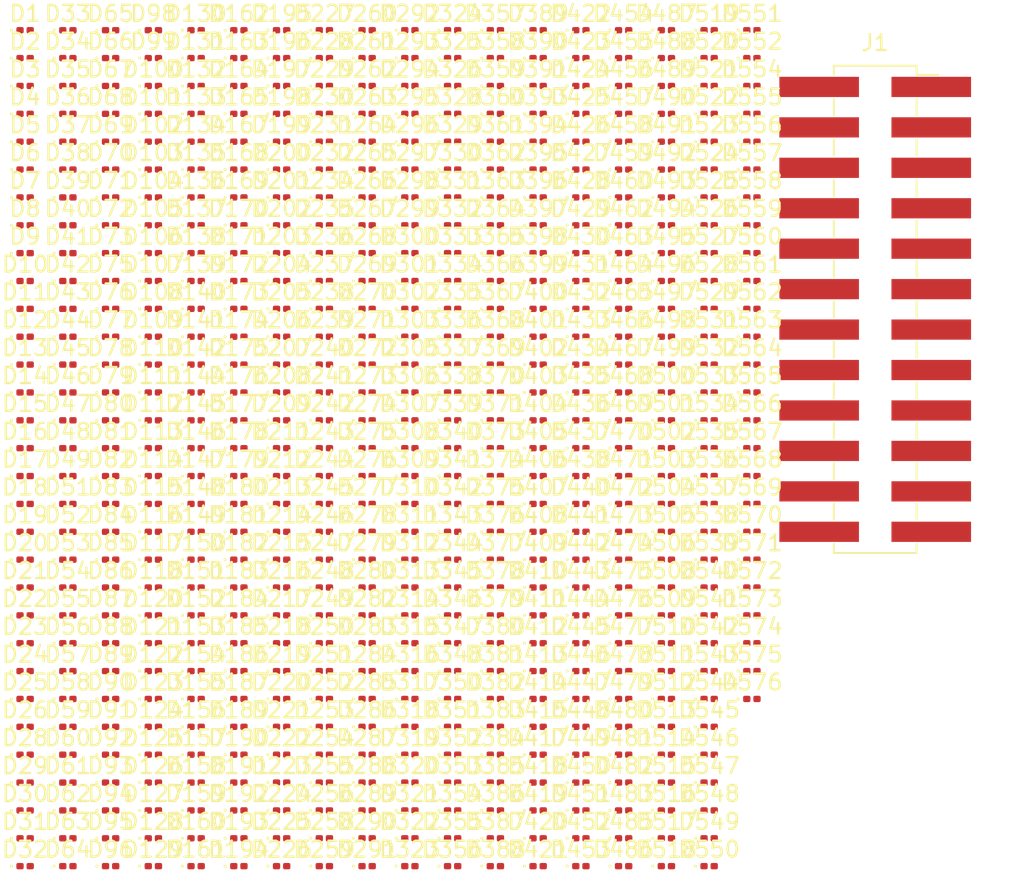
<source format=kicad_pcb>
(kicad_pcb (version 20240108) (generator "pcbnew") (generator_version "8.0")
  (layers (0 "F.Cu" signal) (31 "B.Cu" signal) (34 "B.Paste" user) (35 "F.Paste" user) (36 "B.SilkS" user "B.Silkscreen") (37 "F.SilkS" user "F.Silkscreen") (38 "B.Mask" user) (39 "F.Mask" user) (44 "Edge.Cuts" user))
  (net 0 "")
  (net 1 "/P01")
  (net 2 "/P24")
  (net 3 "/P23")
  (net 4 "/P22")
  (net 5 "/P21")
  (net 6 "/P20")
  (net 7 "/P19")
  (net 8 "/P18")
  (net 9 "/P17")
  (net 10 "/P16")
  (net 11 "/P15")
  (net 12 "/P14")
  (net 13 "/P13")
  (net 14 "/P12")
  (net 15 "/P11")
  (net 16 "/P10")
  (net 17 "/P09")
  (net 18 "/P08")
  (net 19 "/P07")
  (net 20 "/P06")
  (net 21 "/P05")
  (net 22 "/P04")
  (net 23 "/P03")
  (net 24 "/P02")
  (net 25 "Net-(D292-K)")
  (footprint "LED_SMD:LED_0201_0603Metric" (layer "F.Cu") (at 157.785 99)
    (property "Reference" "D469")
    (property "Value" "LED")
  )
  (footprint "LED_SMD:LED_0201_0603Metric" (layer "F.Cu") (at 122.88 100.75)
    (property "Reference" "D48")
    (property "Value" "LED")
  )
  (footprint "LED_SMD:LED_0201_0603Metric" (layer "F.Cu") (at 157.785 88.5)
    (property "Reference" "D463")
    (property "Value" "LED")
  )
  (footprint "LED_SMD:LED_0201_0603Metric" (layer "F.Cu") (at 133.62 113)
    (property "Reference" "D185")
    (property "Value" "LED")
  )
  (footprint "LED_SMD:LED_0201_0603Metric" (layer "F.Cu") (at 138.99 86.75)
    (property "Reference" "D235")
    (property "Value" "LED")
  )
  (footprint "LED_SMD:LED_0201_0603Metric" (layer "F.Cu") (at 155.1 107.75)
    (property "Reference" "D442")
    (property "Value" "LED")
  )
  (footprint "LED_SMD:LED_0201_0603Metric" (layer "F.Cu") (at 133.62 90.25)
    (property "Reference" "D172")
    (property "Value" "LED")
  )
  (footprint "LED_SMD:LED_0201_0603Metric" (layer "F.Cu") (at 163.155 109.5)
    (property "Reference" "D540")
    (property "Value" "LED")
  )
  (footprint "LED_SMD:LED_0201_0603Metric" (layer "F.Cu") (at 136.305 111.25)
    (property "Reference" "D217")
    (property "Value" "LED")
  )
  (footprint "LED_SMD:LED_0201_0603Metric" (layer "F.Cu") (at 144.36 123.5)
    (property "Reference" "D321")
    (property "Value" "LED")
  )
  (footprint "LED_SMD:LED_0201_0603Metric" (layer "F.Cu") (at 157.785 111.25)
    (property "Reference" "D476")
    (property "Value" "LED")
  )
  (footprint "LED_SMD:LED_0201_0603Metric" (layer "F.Cu") (at 141.675 116.5)
    (property "Reference" "D285")
    (property "Value" "LED")
  )
  (footprint "LED_SMD:LED_0201_0603Metric" (layer "F.Cu") (at 149.73 78)
    (property "Reference" "D359")
    (property "Value" "LED")
  )
  (footprint "LED_SMD:LED_0201_0603Metric" (layer "F.Cu") (at 149.73 86.75)
    (property "Reference" "D364")
    (property "Value" "LED")
  )
  (footprint "LED_SMD:LED_0201_0603Metric" (layer "F.Cu") (at 120.195 83.25)
    (property "Reference" "D6")
    (property "Value" "LED")
  )
  (footprint "LED_SMD:LED_0201_0603Metric" (layer "F.Cu") (at 157.785 74.5)
    (property "Reference" "D454")
    (property "Value" "LED")
  )
  (footprint "LED_SMD:LED_0201_0603Metric" (layer "F.Cu") (at 160.47 100.75)
    (property "Reference" "D502")
    (property "Value" "LED")
  )
  (footprint "LED_SMD:LED_0201_0603Metric" (layer "F.Cu") (at 141.675 93.75)
    (property "Reference" "D271")
    (property "Value" "LED")
  )
  (footprint "LED_SMD:LED_0201_0603Metric" (layer "F.Cu") (at 122.88 106)
    (property "Reference" "D52")
    (property "Value" "LED")
  )
  (footprint "LED_SMD:LED_0201_0603Metric" (layer "F.Cu") (at 141.675 95.5)
    (property "Reference" "D272")
    (property "Value" "LED")
  )
  (footprint "LED_SMD:LED_0201_0603Metric" (layer "F.Cu") (at 120.195 76.25)
    (property "Reference" "D2")
    (property "Value" "LED")
  )
  (footprint "LED_SMD:LED_0201_0603Metric" (layer "F.Cu") (at 149.73 120)
    (property "Reference" "D384")
    (property "Value" "LED")
  )
  (footprint "LED_SMD:LED_0201_0603Metric" (layer "F.Cu") (at 141.675 88.5)
    (property "Reference" "D268")
    (property "Value" "LED")
  )
  (footprint "LED_SMD:LED_0201_0603Metric" (layer "F.Cu") (at 155.1 93.75)
    (property "Reference" "D433")
    (property "Value" "LED")
  )
  (footprint "LED_SMD:LED_0201_0603Metric" (layer "F.Cu") (at 122.88 121.75)
    (property "Reference" "D61")
    (property "Value" "LED")
  )
  (footprint "LED_SMD:LED_0201_0603Metric" (layer "F.Cu") (at 144.36 76.25)
    (property "Reference" "D293")
    (property "Value" "LED")
  )
  (footprint "LED_SMD:LED_0201_0603Metric" (layer "F.Cu") (at 160.47 104.25)
    (property "Reference" "D504")
    (property "Value" "LED")
  )
  (footprint "LED_SMD:LED_0201_0603Metric" (layer "F.Cu") (at 136.305 125.25)
    (property "Reference" "D225")
    (property "Value" "LED")
  )
  (footprint "LED_SMD:LED_0201_0603Metric" (layer "F.Cu") (at 157.785 81.5)
    (property "Reference" "D458")
    (property "Value" "LED")
  )
  (footprint "LED_SMD:LED_0201_0603Metric" (layer "F.Cu") (at 120.195 93.75)
    (property "Reference" "D12")
    (property "Value" "LED")
  )
  (footprint "LED_SMD:LED_0201_0603Metric" (layer "F.Cu") (at 152.415 83.25)
    (property "Reference" "D395")
    (property "Value" "LED")
  )
  (footprint "LED_SMD:LED_0201_0603Metric" (layer "F.Cu") (at 152.415 74.5)
    (property "Reference" "D389")
    (property "Value" "LED")
  )
  (footprint "LED_SMD:LED_0201_0603Metric" (layer "F.Cu") (at 163.155 86.75)
    (property "Reference" "D526")
    (property "Value" "LED")
  )
  (footprint "LED_SMD:LED_0201_0603Metric" (layer "F.Cu") (at 125.565 113)
    (property "Reference" "D88")
    (property "Value" "LED")
  )
  (footprint "LED_SMD:LED_0201_0603Metric" (layer "F.Cu") (at 163.155 78)
    (property "Reference" "D521")
    (property "Value" "LED")
  )
  (footprint "LED_SMD:LED_0201_0603Metric" (layer "F.Cu") (at 120.195 106)
    (property "Reference" "D19")
    (property "Value" "LED")
  )
  (footprint "LED_SMD:LED_0201_0603Metric" (layer "F.Cu") (at 141.675 125.25)
    (property "Reference" "D290")
    (property "Value" "LED")
  )
  (footprint "LED_SMD:LED_0201_0603Metric" (layer "F.Cu") (at 160.47 81.5)
    (property "Reference" "D491")
    (property "Value" "LED")
  )
  (footprint "LED_SMD:LED_0201_0603Metric" (layer "F.Cu") (at 130.935 114.75)
    (property "Reference" "D154")
    (property "Value" "LED")
  )
  (footprint "LED_SMD:LED_0201_0603Metric" (layer "F.Cu") (at 125.565 74.5)
    (property "Reference" "D65")
    (property "Value" "LED")
  )
  (footprint "LED_SMD:LED_0201_0603Metric" (layer "F.Cu") (at 128.25 107.75)
    (property "Reference" "D117")
    (property "Value" "LED")
  )
  (footprint "LED_SMD:LED_0201_0603Metric" (layer "F.Cu") (at 130.935 116.5)
    (property "Reference" "D155")
    (property "Value" "LED")
  )
  (footprint "LED_SMD:LED_0201_0603Metric" (layer "F.Cu") (at 128.25 114.75)
    (property "Reference" "D122")
    (property "Value" "LED")
  )
  (footprint "LED_SMD:LED_0201_0603Metric" (layer "F.Cu") (at 138.99 99)
    (property "Reference" "D242")
    (property "Value" "LED")
  )
  (footprint "LED_SMD:LED_0201_0603Metric" (layer "F.Cu") (at 155.1 97.25)
    (property "Reference" "D435")
    (property "Value" "LED")
  )
  (footprint "LED_SMD:LED_0201_0603Metric" (layer "F.Cu") (at 122.88 88.5)
    (property "Reference" "D41")
    (property "Value" "LED")
  )
  (footprint "LED_SMD:LED_0201_0603Metric" (layer "F.Cu") (at 165.84 107.75)
    (property "Reference" "D571")
    (property "Value" "LED")
  )
  (footprint "LED_SMD:LED_0201_0603Metric" (layer "F.Cu") (at 130.935 90.25)
    (property "Reference" "D139")
    (property "Value" "LED")
  )
  (footprint "LED_SMD:LED_0201_0603Metric" (layer "F.Cu") (at 128.25 92)
    (property "Reference" "D108")
    (property "Value" "LED")
  )
  (footprint "LED_SMD:LED_0201_0603Metric" (layer "F.Cu") (at 155.1 99)
    (property "Reference" "D436")
    (property "Value" "LED")
  )
  (footprint "LED_SMD:LED_0201_0603Metric" (layer "F.Cu") (at 125.565 106)
    (property "Reference" "D84")
    (property "Value" "LED")
  )
  (footprint "LED_SMD:LED_0201_0603Metric" (layer "F.Cu") (at 136.305 76.25)
    (property "Reference" "D196")
    (property "Value" "LED")
  )
  (footprint "LED_SMD:LED_0201_0603Metric" (layer "F.Cu") (at 163.155 90.25)
    (property "Reference" "D528")
    (property "Value" "LED")
  )
  (footprint "LED_SMD:LED_0201_0603Metric" (layer "F.Cu") (at 122.88 109.5)
    (property "Reference" "D54")
    (property "Value" "LED")
  )
  (footprint "LED_SMD:LED_0201_0603Metric" (layer "F.Cu") (at 138.99 90.25)
    (property "Reference" "D237")
    (property "Value" "LED")
  )
  (footprint "LED_SMD:LED_0201_0603Metric" (layer "F.Cu") (at 165.84 76.25)
    (property "Reference" "D552")
    (property "Value" "LED")
  )
  (footprint "LED_SMD:LED_0201_0603Metric" (layer "F.Cu") (at 128.25 106)
    (property "Reference" "D116")
    (property "Value" "LED")
  )
  (footprint "LED_SMD:LED_0201_0603Metric" (layer "F.Cu") (at 136.305 118.25)
    (property "Reference" "D221")
    (property "Value" "LED")
  )
  (footprint "LED_SMD:LED_0201_0603Metric" (layer "F.Cu") (at 160.47 88.5)
    (property "Reference" "D495")
    (property "Value" "LED")
  )
  (footprint "LED_SMD:LED_0201_0603Metric" (layer "F.Cu") (at 149.73 92)
    (property "Reference" "D367")
    (property "Value" "LED")
  )
  (footprint "LED_SMD:LED_0201_0603Metric" (layer "F.Cu") (at 144.36 74.5)
    (property "Reference" "D292")
    (property "Value" "LED")
  )
  (footprint "LED_SMD:LED_0201_0603Metric" (layer "F.Cu") (at 149.73 88.5)
    (property "Reference" "D365")
    (property "Value" "LED")
  )
  (footprint "LED_SMD:LED_0201_0603Metric" (layer "F.Cu") (at 157.785 125.25)
    (property "Reference" "D485")
    (property "Value" "LED")
  )
  (footprint "LED_SMD:LED_0201_0603Metric" (layer "F.Cu") (at 144.36 121.75)
    (property "Reference" "D320")
    (property "Value" "LED")
  )
  (footprint "LED_SMD:LED_0201_0603Metric" (layer "F.Cu") (at 165.84 116.5)
    (property "Reference" "D576")
    (property "Value" "LED")
  )
  (footprint "LED_SMD:LED_0201_0603Metric" (layer "F.Cu") (at 152.415 121.75)
    (property "Reference" "D418")
    (property "Value" "LED")
  )
  (footprint "LED_SMD:LED_0201_0603Metric" (layer "F.Cu") (at 138.99 78)
    (property "Reference" "D229")
    (property "Value" "LED")
  )
  (footprint "LED_SMD:LED_0201_0603Metric" (layer "F.Cu") (at 136.305 106)
    (property "Reference" "D214")
    (property "Value" "LED")
  )
  (footprint "LED_SMD:LED_0201_0603Metric" (layer "F.Cu") (at 155.1 81.5)
    (property "Reference" "D426")
    (property "Value" "LED")
  )
  (footprint "LED_SMD:LED_0201_0603Metric" (layer "F.Cu") (at 160.47 127)
    (property "Reference" "D518")
    (property "Value" "LED")
  )
  (footprint "LED_SMD:LED_0201_0603Metric" (layer "F.Cu") (at 155.1 127)
    (property "Reference" "D453")
    (property "Value" "LED")
  )
  (footprint "LED_SMD:LED_0201_0603Metric" (layer "F.Cu") (at 141.675 74.5)
    (property "Reference" "D260")
    (property "Value" "LED")
  )
  (footprint "LED_SMD:LED_0201_0603Metric" (layer "F.Cu") (at 138.99 81.5)
    (property "Reference" "D231")
    (property "Value" "LED")
  )
  (footprint "LED_SMD:LED_0201_0603Metric" (layer "F.Cu") (at 128.25 97.25)
    (property "Reference" "D111")
    (property "Value" "LED")
  )
  (footprint "LED_SMD:LED_0201_0603Metric" (layer "F.Cu") (at 136.305 95.5)
    (property "Reference" "D207")
    (property "Value" "LED")
  )
  (footprint "LED_SMD:LED_0201_0603Metric" (layer "F.Cu") (at 125.565 114.75)
    (property "Reference" "D89")
    (property "Value" "LED")
  )
  (footprint "LED_SMD:LED_0201_0603Metric" (layer "F.Cu") (at 152.415 85)
    (property "Reference" "D396")
    (property "Value" "LED")
  )
  (footprint "LED_SMD:LED_0201_0603Metric" (layer "F.Cu") (at 152.415 107.75)
    (property "Reference" "D409")
    (property "Value" "LED")
  )
  (footprint "LED_SMD:LED_0201_0603Metric" (layer "F.Cu") (at 138.99 83.25)
    (property "Reference" "D232")
    (property "Value" "LED")
  )
  (footprint "LED_SMD:LED_0201_0603Metric" (layer "F.Cu") (at 144.36 95.5)
    (property "Reference" "D305")
    (property "Value" "LED")
  )
  (footprint "LED_SMD:LED_0201_0603Metric" (layer "F.Cu") (at 120.195 121.75)
    (property "Reference" "D29")
    (property "Value" "LED")
  )
  (footprint "LED_SMD:LED_0201_0603Metric" (layer "F.Cu") (at 155.1 106)
    (property "Reference" "D441")
    (property "Value" "LED")
  )
  (footprint "LED_SMD:LED_0201_0603Metric" (layer "F.Cu") (at 138.99 127)
    (property "Reference" "D259")
    (property "Value" "LED")
  )
  (footprint "LED_SMD:LED_0201_0603Metric" (layer "F.Cu") (at 157.785 121.75)
    (property "Reference" "D482")
    (property "Value" "LED")
  )
  (footprint "LED_SMD:LED_0201_0603Metric" (layer "F.Cu") (at 122.88 99)
    (property "Reference" "D47")
    (property "Value" "LED")
  )
  (footprint "LED_SMD:LED_0201_0603Metric" (layer "F.Cu") (at 152.415 111.25)
    (property "Reference" "D411")
    (property "Value" "LED")
  )
  (footprint "LED_SMD:LED_0201_0603Metric" (layer "F.Cu") (at 147.045 121.75)
    (property "Reference" "D353")
    (property "Value" "LED")
  )
  (footprint "LED_SMD:LED_0201_0603Metric" (layer "F.Cu") (at 120.195 116.5)
    (property "Reference" "D25")
    (property "Value" "LED")
  )
  (footprint "LED_SMD:LED_0201_0603Metric" (layer "F.Cu") (at 152.415 79.75)
    (property "Reference" "D393")
    (property "Value" "LED")
  )
  (footprint "LED_SMD:LED_0201_0603Metric" (layer "F.Cu") (at 149.73 116.5)
    (property "Reference" "D382")
    (property "Value" "LED")
  )
  (footprint "LED_SMD:LED_0201_0603Metric" (layer "F.Cu") (at 157.785 109.5)
    (property "Reference" "D475")
    (property "Value" "LED")
  )
  (footprint "LED_SMD:LED_0201_0603Metric" (layer "F.Cu") (at 125.565 93.75)
    (property "Reference" "D77")
    (property "Value" "LED")
  )
  (footprint "LED_SMD:LED_0201_0603Metric" (layer "F.Cu") (at 144.36 111.25)
    (property "Reference" "D314")
    (property "Value" "LED")
  )
  (footprint "LED_SMD:LED_0201_0603Metric" (layer "F.Cu") (at 122.88 118.25)
    (property "Reference" "D59")
    (property "Value" "LED")
  )
  (footprint "LED_SMD:LED_0201_0603Metric" (layer "F.Cu") (at 152.415 88.5)
    (property "Reference" "D398")
    (property "Value" "LED")
  )
  (footprint "LED_SMD:LED_0201_0603Metric" (layer "F.Cu") (at 122.88 104.25)
    (property "Reference" "D51")
    (property "Value" "LED")
  )
  (footprint "LED_SMD:LED_0201_0603Metric" (layer "F.Cu") (at 152.415 102.5)
    (property "Reference" "D406")
    (property "Value" "LED")
  )
  (footprint "LED_SMD:LED_0201_0603Metric" (layer "F.Cu") (at 130.935 85)
    (property "Reference" "D136")
    (property "Value" "LED")
  )
  (footprint "LED_SMD:LED_0201_0603Metric" (layer "F.Cu") (at 120.195 100.75)
    (property "Reference" "D16")
    (property "Value" "LED")
  )
  (footprint "LED_SMD:LED_0201_0603Metric" (layer "F.Cu") (at 149.73 121.75)
    (property "Reference" "D385")
    (property "Value" "LED")
  )
  (footprint "LED_SMD:LED_0201_0603Metric" (layer "F.Cu") (at 122.88 111.25)
    (property "Reference" "D55")
    (property "Value" "LED")
  )
  (footprint "LED_SMD:LED_0201_0603Metric" (layer "F.Cu") (at 163.155 85)
    (property "Reference" "D525")
    (property "Value" "LED")
  )
  (footprint "LED_SMD:LED_0201_0603Metric" (layer "F.Cu") (at 141.675 118.25)
    (property "Reference" "D286")
    (property "Value" "LED")
  )
  (footprint "LED_SMD:LED_0201_0603Metric" (layer "F.Cu") (at 149.73 95.5)
    (property "Reference" "D369")
    (property "Value" "LED")
  )
  (footprint "LED_SMD:LED_0201_0603Metric" (layer "F.Cu") (at 157.785 93.75)
    (property "Reference" "D466")
    (property "Value" "LED")
  )
  (footprint "LED_SMD:LED_0201_0603Metric" (layer "F.Cu") (at 155.1 74.5)
    (property "Reference" "D422")
    (property "Value" "LED")
  )
  (footprint "LED_SMD:LED_0201_0603Metric" (layer "F.Cu") (at 125.565 76.25)
    (property "Reference" "D66")
    (property "Value" "LED")
  )
  (footprint "LED_SMD:LED_0201_0603Metric" (layer "F.Cu") (at 152.415 104.25)
    (property "Reference" "D407")
    (property "Value" "LED")
  )
  (footprint "LED_SMD:LED_0201_0603Metric" (layer "F.Cu") (at 138.99 116.5)
    (property "Reference" "D252")
    (property "Value" "LED")
  )
  (footprint "LED_SMD:LED_0201_0603Metric" (layer "F.Cu") (at 147.045 74.5)
    (property "Reference" "D324")
    (property "Value" "LED")
  )
  (footprint "LED_SMD:LED_0201_0603Metric" (layer "F.Cu") (at 133.62 107.75)
    (property "Reference" "D182")
    (property "Value" "LED")
  )
  (footprint "LED_SMD:LED_0201_0603Metric" (layer "F.Cu") (at 136.305 81.5)
    (property "Reference" "D199")
    (property "Value" "LED")
  )
  (footprint "LED_SMD:LED_0201_0603Metric" (layer "F.Cu") (at 128.25 121.75)
    (property "Reference" "D126")
    (property "Value" "LED")
  )
  (footprint "LED_SMD:LED_0201_0603Metric" (layer "F.Cu") (at 130.935 99)
    (property "Reference" "D145")
    (property "Value" "LED")
  )
  (footprint "LED_SMD:LED_0201_0603Metric" (layer "F.Cu") (at 136.305 102.5)
    (property "Reference" "D212")
    (property "Value" "LED")
  )
  (footprint "LED_SMD:LED_0201_0603Metric" (layer "F.Cu") (at 133.62 116.5)
    (property "Reference" "D187")
    (property "Value" "LED")
  )
  (footprint "LED_SMD:LED_0201_0603Metric" (layer "F.Cu") (at 144.36 88.5)
    (property "Reference" "D300")
    (property "Value" "LED")
  )
  (footprint "LED_SMD:LED_0201_0603Metric" (layer "F.Cu") (at 160.47 86.75)
    (property "Reference" "D494")
    (property "Value" "LED")
  )
  (footprint "LED_SMD:LED_0201_0603Metric" (layer "F.Cu") (at 138.99 109.5)
    (property "Reference" "D248")
    (property "Value" "LED")
  )
  (footprint "LED_SMD:LED_0201_0603Metric" (layer "F.Cu") (at 120.195 123.5)
    (property "Reference" "D30")
    (property "Value" "LED")
  )
  (footprint "LED_SMD:LED_0201_0603Metric" (layer "F.Cu") (at 128.25 83.25)
    (property "Reference" "D103")
    (property "Value" "LED")
  )
  (footprint "LED_SMD:LED_0201_0603Metric" (layer "F.Cu") (at 160.47 109.5)
    (property "Reference" "D508")
    (property "Value" "LED")
  )
  (footprint "LED_SMD:LED_0201_0603Metric" (layer "F.Cu") (at 155.1 123.5)
    (property "Reference" "D451")
    (property "Value" "LED")
  )
  (footprint "LED_SMD:LED_0201_0603Metric" (layer "F.Cu") (at 133.62 83.25)
    (property "Reference" "D168")
    (property "Value" "LED")
  )
  (footprint "LED_SMD:LED_0201_0603Metric" (layer "F.Cu") (at 149.73 125.25)
    (property "Reference" "D387")
    (property "Value" "LED")
  )
  (footprint "LED_SMD:LED_0201_0603Metric" (layer "F.Cu") (at 138.99 114.75)
    (property "Reference" "D251")
    (property "Value" "LED")
  )
  (footprint "LED_SMD:LED_0201_0603Metric" (layer "F.Cu") (at 163.155 99)
    (property "Reference" "D534")
    (property "Value" "LED")
  )
  (footprint "LED_SMD:LED_0201_0603Metric" (layer "F.Cu") (at 133.62 125.25)
    (property "Reference" "D193")
    (property "Value" "LED")
  )
  (footprint "LED_SMD:LED_0201_0603Metric" (layer "F.Cu") (at 133.62 102.5)
    (property "Reference" "D179")
    (property "Value" "LED")
  )
  (footprint "LED_SMD:LED_0201_0603Metric" (layer "F.Cu") (at 152.415 113)
    (property "Reference" "D412")
    (property "Value" "LED")
  )
  (footprint "LED_SMD:LED_0201_0603Metric" (layer "F.Cu") (at 130.935 95.5)
    (property "Reference" "D142")
    (property "Value" "LED")
  )
  (footprint "LED_SMD:LED_0201_0603Metric" (layer "F.Cu") (at 122.88 90.25)
    (property "Reference" "D42")
    (property "Value" "LED")
  )
  (footprint "LED_SMD:LED_0201_0603Metric" (layer "F.Cu") (at 149.73 111.25)
    (property "Reference" "D379")
    (property "Value" "LED")
  )
  (footprint "LED_SMD:LED_0201_0603Metric" (layer "F.Cu") (at 147.045 92)
    (property "Reference" "D335")
    (property "Value" "LED")
  )
  (footprint "LED_SMD:LED_0201_0603Metric" (layer "F.Cu") (at 160.47 111.25)
    (property "Reference" "D509")
    (property "Value" "LED")
  )
  (footprint "LED_SMD:LED_0201_0603Metric" (layer "F.Cu") (at 125.565 109.5)
    (property "Reference" "D86")
    (property "Value" "LED")
  )
  (footprint "LED_SMD:LED_0201_0603Metric" (layer "F.Cu") (at 149.73 76.25)
    (property "Reference" "D358")
    (property "Value" "LED")
  )
  (footprint "LED_SMD:LED_0201_0603Metric" (layer "F.Cu") (at 125.565 123.5)
    (property "Reference" "D94")
    (property "Value" "LED")
  )
  (footprint "LED_SMD:LED_0201_0603Metric" (layer "F.Cu") (at 149.73 79.75)
    (property "Reference" "D360")
    (property "Value" "LED")
  )
  (footprint "LED_SMD:LED_0201_0603Metric" (layer "F.Cu") (at 149.73 107.75)
    (property "Reference" "D377")
    (property "Value" "LED")
  )
  (footprint "LED_SMD:LED_0201_0603Metric" (layer "F.Cu") (at 130.935 81.5)
    (property "Reference" "D134")
    (property "Value" "LED")
  )
  (footprint "LED_SMD:LED_0201_0603Metric" (layer "F.Cu") (at 122.88 86.75)
    (property "Reference" "D40")
    (property "Value" "LED")
  )
  (footprint "LED_SMD:LED_0201_0603Metric" (layer "F.Cu") (at 141.675 76.25)
    (property "Reference" "D261")
    (property "Value" "LED")
  )
  (footprint "LED_SMD:LED_0201_0603Metric" (layer "F.Cu") (at 130.935 106)
    (property "Reference" "D149")
    (property "Value" "LED")
  )
  (footprint "LED_SMD:LED_0201_0603Metric" (layer "F.Cu") (at 141.675 113)
    (property "Reference" "D283")
    (property "Value" "LED")
  )
  (footprint "LED_SMD:LED_0201_0603Metric" (layer "F.Cu") (at 163.155 107.75)
    (property "Reference" "D539")
    (property "Value" "LED")
  )
  (footprint "LED_SMD:LED_0201_0603Metric" (layer "F.Cu") (at 133.62 123.5)
    (property "Reference" "D192")
    (property "Value" "LED")
  )
  (footprint "LED_SMD:LED_0201_0603Metric" (layer "F.Cu") (at 128.25 125.25)
    (property "Reference" "D128")
    (property "Value" "LED")
  )
  (footprint "LED_SMD:LED_0201_0603Metric" (layer "F.Cu") (at 149.73 104.25)
    (property "Reference" "D375")
    (property "Value" "LED")
  )
  (footprint "LED_SMD:LED_0201_0603Metric" (layer "F.Cu") (at 138.99 120)
    (property "Reference" "D254")
    (property "Value" "LED")
  )
  (footprint "LED_SMD:LED_0201_0603Metric" (layer "F.Cu") (at 149.73 97.25)
    (property "Reference" "D370")
    (property "Value" "LED")
  )
  (footprint "LED_SMD:LED_0201_0603Metric" (layer "F.Cu") (at 165.84 81.5)
    (property "Reference" "D556")
    (property "Value" "LED")
  )
  (footprint "LED_SMD:LED_0201_0603Metric" (layer "F.Cu") (at 147.045 113)
    (property "Reference" "D347")
    (property "Value" "LED")
  )
  (footprint "LED_SMD:LED_0201_0603Metric" (layer "F.Cu") (at 136.305 116.5)
    (property "Reference" "D220")
    (property "Value" "LED")
  )
  (footprint "LED_SMD:LED_0201_0603Metric" (layer "F.Cu") (at 136.305 79.75)
    (property "Reference" "D198")
    (property "Value" "LED")
  )
  (footprint "LED_SMD:LED_0201_0603Metric" (layer "F.Cu") (at 152.415 92)
    (property "Reference" "D400")
    (property "Value" "LED")
  )
  (footprint "LED_SMD:LED_0201_0603Metric" (layer "F.Cu") (at 165.84 83.25)
    (property "Reference" "D557")
    (property "Value" "LED")
  )
  (footprint "LED_SMD:LED_0201_0603Metric" (layer "F.Cu") (at 128.25 93.75)
    (property "Reference" "D109")
    (property "Value" "LED")
  )
  (footprint "LED_SMD:LED_0201_0603Metric" (layer "F.Cu") (at 157.785 92)
    (property "Reference" "D465")
    (property "Value" "LED")
  )
  (footprint "LED_SMD:LED_0201_0603Metric" (layer "F.Cu") (at 165.84 113)
    (property "Reference" "D574")
    (property "Value" "LED")
  )
  (footprint "LED_SMD:LED_0201_0603Metric" (layer "F.Cu") (at 138.99 106)
    (property "Reference" "D246")
    (property "Value" "LED")
  )
  (footprint "LED_SMD:LED_0201_0603Metric" (layer "F.Cu") (at 141.675 92)
    (property "Reference" "D270")
    (property "Value" "LED")
  )
  (footprint "LED_SMD:LED_0201_0603Metric" (layer "F.Cu") (at 133.62 86.75)
    (property "Reference" "D170")
    (property "Value" "LED")
  )
  (footprint "LED_SMD:LED_0201_0603Metric" (layer "F.Cu") (at 163.155 120)
    (property "Reference" "D546")
    (property "Value" "LED")
  )
  (footprint "LED_SMD:LED_0201_0603Metric" (layer "F.Cu") (at 149.73 93.75)
    (property "Reference" "D368")
    (property "Value" "LED")
  )
  (footprint "LED_SMD:LED_0201_0603Metric" (layer "F.Cu") (at 133.62 114.75)
    (property "Reference" "D186")
    (property "Value" "LED")
  )
  (footprint "LED_SMD:LED_0201_0603Metric" (layer "F.Cu") (at 125.565 99)
    (property "Reference" "D80")
    (property "Value" "LED")
  )
  (footprint "LED_SMD:LED_0201_0603Metric" (layer "F.Cu") (at 157.785 100.75)
    (property "Reference" "D470")
    (property "Value" "LED")
  )
  (footprint "LED_SMD:LED_0201_0603Metric" (layer "F.Cu") (at 136.305 99)
    (property "Reference" "D209")
    (property "Value" "LED")
  )
  (footprint "LED_SMD:LED_0201_0603Metric" (layer "F.Cu") (at 138.99 123.5)
    (property "Reference" "D256")
    (property "Value" "LED")
  )
  (footprint "LED_SMD:LED_0201_0603Metric" (layer "F.Cu") (at 128.25 113)
    (property "Reference" "D121")
    (property "Value" "LED")
  )
  (footprint "LED_SMD:LED_0201_0603Metric" (layer "F.Cu") (at 133.62 81.5)
    (property "Reference" "D167")
    (property "Value" "LED")
  )
  (footprint "LED_SMD:LED_0201_0603Metric" (layer "F.Cu") (at 120.195 111.25)
    (property "Reference" "D22")
    (property "Value" "LED")
  )
  (footprint "LED_SMD:LED_0201_0603Metric" (layer "F.Cu") (at 149.73 114.75)
    (property "Reference" "D381")
    (property "Value" "LED")
  )
  (footprint "LED_SMD:LED_0201_0603Metric" (layer "F.Cu") (at 122.88 83.25)
    (property "Reference" "D38")
    (property "Value" "LED")
  )
  (footprint "LED_SMD:LED_0201_0603Metric" (layer "F.Cu") (at 144.36 78)
    (property "Reference" "D294")
    (property "Value" "LED")
  )
  (footprint "LED_SMD:LED_0201_0603Metric" (layer "F.Cu") (at 125.565 85)
    (property "Reference" "D71")
    (property "Value" "LED")
  )
  (footprint "LED_SMD:LED_0201_0603Metric" (layer "F.Cu") (at 155.1 109.5)
    (property "Reference" "D443")
    (property "Value" "LED")
  )
  (footprint "LED_SMD:LED_0201_0603Metric" (layer "F.Cu") (at 147.045 88.5)
    (property "Reference" "D333")
    (property "Value" "LED")
  )
  (footprint "LED_SMD:LED_0201_0603Metric" (layer "F.Cu") (at 120.195 79.75)
    (property "Reference" "D4")
    (property "Value" "LED")
  )
  (footprint "LED_SMD:LED_0201_0603Metric" (layer "F.Cu") (at 147.045 111.25)
    (property "Reference" "D346")
    (property "Value" "LED")
  )
  (footprint "LED_SMD:LED_0201_0603Metric" (layer "F.Cu") (at 136.305 107.75)
    (property "Reference" "D215")
    (property "Value" "LED")
  )
  (footprint "LED_SMD:LED_0201_0603Metric" (layer "F.Cu") (at 141.675 81.5)
    (property "Reference" "D264")
    (property "Value" "LED")
  )
  (footprint "LED_SMD:LED_0201_0603Metric" (layer "F.Cu") (at 165.84 79.75)
    (property "Reference" "D555")
    (property "Value" "LED")
  )
  (footprint "LED_SMD:LED_0201_0603Metric" (layer "F.Cu") (at 155.1 121.75)
    (property "Reference" "D450")
    (property "Value" "LED")
  )
  (footprint "LED_SMD:LED_0201_0603Metric" (layer "F.Cu") (at 128.25 85)
    (property "Reference" "D104")
    (property "Value" "LED")
  )
  (footprint "LED_SMD:LED_0201_0603Metric" (layer "F.Cu") (at 128.25 95.5)
    (property "Reference" "D110")
    (property "Value" "LED")
  )
  (footprint "LED_SMD:LED_0201_0603Metric" (layer "F.Cu") (at 155.1 76.25)
    (property "Reference" "D423")
    (property "Value" "LED")
  )
  (footprint "LED_SMD:LED_0201_0603Metric" (layer "F.Cu") (at 125.565 102.5)
    (property "Reference" "D82")
    (property "Value" "LED")
  )
  (footprint "LED_SMD:LED_0201_0603Metric" (layer "F.Cu") (at 155.1 125.25)
    (property "Reference" "D452")
    (property "Value" "LED")
  )
  (footprint "LED_SMD:LED_0201_0603Metric" (layer "F.Cu") (at 152.415 95.5)
    (property "Reference" "D402")
    (property "Value" "LED")
  )
  (footprint "LED_SMD:LED_0201_0603Metric" (layer "F.Cu") (at 125.565 86.75)
    (property "Reference" "D72")
    (property "Value" "LED")
  )
  (footprint "LED_SMD:LED_0201_0603Metric" (layer "F.Cu") (at 147.045 93.75)
    (property "Reference" "D336")
    (property "Value" "LED")
  )
  (footprint "LED_SMD:LED_0201_0603Metric" (layer "F.Cu") (at 163.155 81.5)
    (property "Reference" "D523")
    (property "Value" "LED")
  )
  (footprint "LED_SMD:LED_0201_0603Metric" (layer "F.Cu") (at 130.935 123.5)
    (property "Reference" "D159")
    (property "Value" "LED")
  )
  (footprint "LED_SMD:LED_0201_0603Metric" (layer "F.Cu") (at 128.25 109.5)
    (property "Reference" "D118")
    (property "Value" "LED")
  )
  (footprint "LED_SMD:LED_0201_0603Metric" (layer "F.Cu") (at 144.36 118.25)
    (property "Reference" "D318")
    (property "Value" "LED")
  )
  (footprint "LED_SMD:LED_0201_0603Metric" (layer "F.Cu") (at 133.62 127)
    (property "Reference" "D194")
    (property "Value" "LED")
  )
  (footprint "LED_SMD:LED_0201_0603Metric" (layer "F.Cu") (at 141.675 100.75)
    (property "Reference" "D275")
    (property "Value" "LED")
  )
  (footprint "LED_SMD:LED_0201_0603Metric" (layer "F.Cu") (at 152.415 125.25)
    (property "Reference" "D420")
    (property "Value" "LED")
  )
  (footprint "LED_SMD:LED_0201_0603Metric" (layer "F.Cu") (at 136.305 104.25)
    (property "Reference" "D213")
    (property "Value" "LED")
  )
  (footprint "LED_SMD:LED_0201_0603Metric" (layer "F.Cu") (at 147.045 78)
    (property "Reference" "D326")
    (property "Value" "LED")
  )
  (footprint "LED_SMD:LED_0201_0603Metric" (layer "F.Cu") (at 133.62 97.25)
    (property "Reference" "D176")
    (property "Value" "LED")
  )
  (footprint "LED_SMD:LED_0201_0603Metric" (layer "F.Cu") (at 165.84 90.25)
    (property "Reference" "D561")
    (property "Value" "LED")
  )
  (footprint "LED_SMD:LED_0201_0603Metric" (layer "F.Cu") (at 133.62 78)
    (property "Reference" "D164")
    (property "Value" "LED")
  )
  (footprint "LED_SMD:LED_0201_0603Metric" (layer "F.Cu") (at 155.1 102.5)
    (property "Reference" "D438")
    (property "Value" "LED")
  )
  (footprint "LED_SMD:LED_0201_0603Metric" (layer "F.Cu") (at 155.1 88.5)
    (property "Reference" "D430")
    (property "Value" "LED")
  )
  (footprint "LED_SMD:LED_0201_0603Metric" (layer "F.Cu") (at 144.36 120)
    (property "Reference" "D319")
    (property "Value" "LED")
  )
  (footprint "LED_SMD:LED_0201_0603Metric" (layer "F.Cu") (at 133.62 106)
    (property "Reference" "D181")
    (property "Value" "LED")
  )
  (footprint "LED_SMD:LED_0201_0603Metric" (layer "F.Cu") (at 120.195 114.75)
    (property "Reference" "D24")
    (property "Value" "LED")
  )
  (footprint "LED_SMD:LED_0201_0603Metric" (layer "F.Cu") (at 125.565 120)
    (property "Reference" "D92")
    (property "Value" "LED")
  )
  (footprint "LED_SMD:LED_0201_0603Metric" (layer "F.Cu") (at 136.305 114.75)
    (property "Reference" "D219")
    (property "Value" "LED")
  )
  (footprint "LED_SMD:LED_0201_0603Metric" (layer "F.Cu") (at 122.88 78)
    (property "Reference" "D35")
    (property "Value" "LED")
  )
  (footprint "LED_SMD:LED_0201_0603Metric" (layer "F.Cu") (at 147.045 125.25)
    (property "Reference" "D355")
    (property "Value" "LED")
  )
  (footprint "LED_SMD:LED_0201_0603Metric" (layer "F.Cu") (at 141.675 78)
    (property "Reference" "D262")
    (property "Value" "LED")
  )
  (footprint "LED_SMD:LED_0201_0603Metric" (layer "F.Cu") (at 157.785 79.75)
    (property "Reference" "D457")
    (property "Value" "LED")
  )
  (footprint "LED_SMD:LED_0201_0603Metric" (layer "F.Cu") (at 133.62 121.75)
    (property "Reference" "D191")
    (property "Value" "LED")
  )
  (footprint "LED_SMD:LED_0201_0603Metric" (layer "F.Cu") (at 157.785 106)
    (property "Reference" "D473")
    (property "Value" "LED")
  )
  (footprint "LED_SMD:LED_0201_0603Metric" (layer "F.Cu") (at 138.99 104.25)
    (property "Reference" "D245")
    (property "Value" "LED")
  )
  (footprint "LED_SMD:LED_0201_0603Metric" (layer "F.Cu") (at 157.785 127)
    (property "Reference" "D486")
    (property "Value" "LED")
  )
  (footprint "LED_SMD:LED_0201_0603Metric" (layer "F.Cu") (at 157.785 114.75)
    (property "Reference" "D478")
    (property "Value" "LED")
  )
  (footprint "LED_SMD:LED_0201_0603Metric" (layer "F.Cu") (at 122.88 79.75)
    (property "Reference" "D36")
    (property "Value" "LED")
  )
  (footprint "LED_SMD:LED_0201_0603Metric" (layer "F.Cu") (at 147.045 90.25)
    (property "Reference" "D334")
    (property "Value" "LED")
  )
  (footprint "LED_SMD:LED_0201_0603Metric" (layer "F.Cu") (at 147.045 127)
    (property "Reference" "D356")
    (property "Value" "LED")
  )
  (footprint "LED_SMD:LED_0201_0603Metric" (layer "F.Cu") (at 128.25 127)
    (property "Reference" "D129")
    (property "Value" "LED")
  )
  (footprint "LED_SMD:LED_0201_0603Metric" (layer "F.Cu") (at 136.305 78)
    (property "Reference" "D197")
    (property "Value" "LED")
  )
  (footprint "LED_SMD:LED_0201_0603Metric" (layer "F.Cu") (at 144.36 85)
    (property "Reference" "D298")
    (property "Value" "LED")
  )
  (footprint "LED_SMD:LED_0201_0603Metric" (layer "F.Cu") (at 128.25 99)
    (property "Reference" "D112")
    (property "Value" "LED")
  )
  (footprint "LED_SMD:LED_0201_0603Metric" (layer "F.Cu") (at 133.62 93.75)
    (property "Reference" "D174")
    (property "Value" "LED")
  )
  (footprint "LED_SMD:LED_0201_0603Metric" (layer "F.Cu") (at 152.415 118.25)
    (property "Reference" "D415")
    (property "Value" "LED")
  )
  (footprint "LED_SMD:LED_0201_0603Metric" (layer "F.Cu") (at 120.195 74.5)
    (property "Reference" "D1")
    (property "Value" "LED")
  )
  (footprint "LED_SMD:LED_0201_0603Metric" (layer "F.Cu") (at 165.84 88.5)
    (property "Reference" "D560")
    (property "Value" "LED")
  )
  (footprint "LED_SMD:LED_0201_0603Metric" (layer "F.Cu") (at 163.155 113)
    (property "Reference" "D542")
    (property "Value" "LED")
  )
  (footprint "LED_SMD:LED_0201_0603Metric" (layer "F.Cu") (at 165.84 111.25)
    (property "Reference" "D573")
    (property "Value" "LED")
  )
  (footprint "LED_SMD:LED_0201_0603Metric" (layer "F.Cu") (at 130.935 109.5)
    (property "Reference" "D151")
    (property "Value" "LED")
  )
  (footprint "LED_SMD:LED_0201_0603Metric" (layer "F.Cu") (at 130.935 86.75)
    (property "Reference" "D137")
    (property "Value" "LED")
  )
  (footprint "LED_SMD:LED_0201_0603Metric" (layer "F.Cu") (at 133.62 85)
    (property "Reference" "D169")
    (property "Value" "LED")
  )
  (footprint "LED_SMD:LED_0201_0603Metric" (layer "F.Cu") (at 160.47 83.25)
    (property "Reference" "D492")
    (property "Value" "LED")
  )
  (footprint "LED_SMD:LED_0201_0603Metric" (layer "F.Cu") (at 155.1 85)
    (property "Reference" "D428")
    (property "Value" "LED")
  )
  (footprint "LED_SMD:LED_0201_0603Metric" (layer "F.Cu") (at 165.84 97.25)
    (property "Reference" "D565")
    (property "Value" "LED")
  )
  (footprint "LED_SMD:LED_0201_0603Metric" (layer "F.Cu") (at 163.155 88.5)
    (property "Reference" "D527")
    (property "Value" "LED")
  )
  (footprint "LED_SMD:LED_0201_0603Metric" (layer "F.Cu") (at 120.195 97.25)
    (property "Reference" "D14")
    (property "Value" "LED")
  )
  (footprint "LED_SMD:LED_0201_0603Metric" (layer "F.Cu") (at 160.47 107.75)
    (property "Reference" "D506")
    (property "Value" "LED")
  )
  (footprint "LED_SMD:LED_0201_0603Metric" (layer "F.Cu") (at 130.935 102.5)
    (property "Reference" "D147")
    (property "Value" "LED")
  )
  (footprint "LED_SMD:LED_0201_0603Metric" (layer "F.Cu") (at 157.785 78)
    (property "Reference" "D456")
    (property "Value" "LED")
  )
  (footprint "LED_SMD:LED_0201_0603Metric" (layer "F.Cu") (at 136.305 120)
    (property "Reference" "D222")
    (property "Value" "LED")
  )
  (footprint "LED_SMD:LED_0201_0603Metric" (layer "F.Cu") (at 120.195 99)
    (property "Reference" "D15")
    (property "Value" "LED")
  )
  (footprint "LED_SMD:LED_0201_0603Metric" (layer "F.Cu") (at 147.045 99)
    (property "Reference" "D339")
    (property "Value" "LED")
  )
  (footprint "LED_SMD:LED_0201_0603Metric" (layer "F.Cu") (at 152.415 123.5)
    (property "Reference" "D419")
    (property "Value" "LED")
  )
  (footprint "LED_SMD:LED_0201_0603Metric" (layer "F.Cu") (at 125.565 125.25)
    (property "Reference" "D95")
    (property "Value" "LED")
  )
  (footprint "LED_SMD:LED_0201_0603Metric" (layer "F.Cu") (at 152.415 86.75)
    (property "Reference" "D397")
    (property "Value" "LED")
  )
  (footprint "LED_SMD:LED_0201_0603Metric" (layer "F.Cu") (at 160.47 114.75)
    (property "Reference" "D511")
    (property "Value" "LED")
  )
  (footprint "LED_SMD:LED_0201_0603Metric" (layer "F.Cu") (at 122.88 102.5)
    (property "Reference" "D49")
    (property "Value" "LED")
  )
  (footprint "LED_SMD:LED_0201_0603Metric" (layer "F.Cu") (at 165.84 85)
    (property "Reference" "D558")
    (property "Value" "LED")
  )
  (footprint "LED_SMD:LED_0201_0603Metric" (layer "F.Cu") (at 147.045 120)
    (property "Reference" "D352")
    (property "Value" "LED")
  )
  (footprint "LED_SMD:LED_0201_0603Metric" (layer "F.Cu") (at 130.935 118.25)
    (property "Reference" "D156")
    (property "Value" "LED")
  )
  (footprint "LED_SMD:LED_0201_0603Metric" (layer "F.Cu") (at 149.73 106)
    (property "Reference" "D376")
    (property "Value" "LED")
  )
  (footprint "LED_SMD:LED_0201_0603Metric" (layer "F.Cu") (at 141.675 97.25)
    (property "Reference" "D273")
    (property "Value" "LED")
  )
  (footprint "LED_SMD:LED_0201_0603Metric" (layer "F.Cu") (at 149.73 102.5)
    (property "Reference" "D374")
    (property "Value" "LED")
  )
  (footprint "LED_SMD:LED_0201_0603Metric" (layer "F.Cu") (at 120.195 81.5)
    (property "Reference" "D5")
    (property "Value" "LED")
  )
  (footprint "LED_SMD:LED_0201_0603Metric" (layer "F.Cu") (at 125.565 116.5)
    (property "Reference" "D90")
    (property "Value" "LED")
  )
  (footprint "LED_SMD:LED_0201_0603Metric" (layer "F.Cu") (at 138.99 107.75)
    (property "Reference" "D247")
    (property "Value" "LED")
  )
  (footprint "LED_SMD:LED_0201_0603Metric" (layer "F.Cu") (at 138.99 100.75)
    (property "Reference" "D243")
    (property "Value" "LED")
  )
  (footprint "LED_SMD:LED_0201_0603Metric" (layer "F.Cu") (at 125.565 121.75)
    (property "Reference" "D93")
    (property "Value" "LED")
  )
  (footprint "LED_SMD:LED_0201_0603Metric" (layer "F.Cu") (at 160.47 118.25)
    (property "Reference" "D513")
    (property "Value" "LED")
  )
  (footprint "LED_SMD:LED_0201_0603Metric" (layer "F.Cu") (at 160.47 79.75)
    (property "Reference" "D490")
    (property "Value" "LED")
  )
  (footprint "LED_SMD:LED_0201_0603Metric" (layer "F.Cu") (at 155.1 111.25)
    (property "Reference" "D444")
    (property "Value" "LED")
  )
  (footprint "LED_SMD:LED_0201_0603Metric" (layer "F.Cu") (at 163.155 121.75)
    (property "Reference" "D547")
    (property "Value" "LED")
  )
  (footprint "LED_SMD:LED_0201_0603Metric" (layer "F.Cu") (at 141.675 102.5)
    (property "Reference" "D276")
    (property "Value" "LED")
  )
  (footprint "LED_SMD:LED_0201_0603Metric" (layer "F.Cu") (at 149.73 99)
    (property "Reference" "D371")
    (property "Value" "LED")
  )
  (footprint "LED_SMD:LED_0201_0603Metric" (layer "F.Cu") (at 133.62 79.75)
    (property "Reference" "D165")
    (property "Value" "LED")
  )
  (footprint "LED_SMD:LED_0201_0603Metric" (layer "F.Cu") (at 128.25 76.25)
    (property "Reference" "D99")
    (property "Value" "LED")
  )
  (footprint "LED_SMD:LED_0201_0603Metric" (layer "F.Cu") (at 147.045 116.5)
    (property "Reference" "D350")
    (property "Value" "LED")
  )
  (footprint "LED_SMD:LED_0201_0603Metric" (layer "F.Cu") (at 152.415 114.75)
    (property "Reference" "D413")
    (property "Value" "LED")
  )
  (footprint "LED_SMD:LED_0201_0603Metric" (layer "F.Cu") (at 149.73 123.5)
    (property "Reference" "D386")
    (property "Value" "LED")
  )
  (footprint "LED_SMD:LED_0201_0603Metric" (layer "F.Cu") (at 122.88 74.5)
    (property "Reference" "D33")
    (property "Value" "LED")
  )
  (footprint "LED_SMD:LED_0201_0603Metric" (layer "F.Cu") (at 147.045 107.75)
    (property "Reference" "D344")
    (property "Value" "LED")
  )
  (footprint "LED_SMD:LED_0201_0603Metric" (layer "F.Cu") (at 130.935 88.5)
    (property "Reference" "D138")
    (property "Value" "LED")
  )
  (footprint "LED_SMD:LED_0201_0603Metric" (layer "F.Cu") (at 133.62 118.25)
    (property "Reference" "D189")
    (property "Value" "LED")
  )
  (footprint "LED_SMD:LED_0201_0603Metric" (layer "F.Cu") (at 136.305 123.5)
    (property "Reference" "D224")
    (property "Value" "LED")
  )
  (footprint "LED_SMD:LED_0201_0603Metric" (layer "F.Cu") (at 120.195 118.25)
    (property "Reference" "D26")
    (property "Value" "LED")
  )
  (footprint "LED_SMD:LED_0201_0603Metric" (layer "F.Cu") (at 157.785 85)
    (property "Reference" "D460")
    (property "Value" "LED")
  )
  (footprint "LED_SMD:LED_0201_0603Metric" (layer "F.Cu") (at 160.47 93.75)
    (property "Reference" "D498")
    (property "Value" "LED")
  )
  (footprint "LED_SMD:LED_0201_0603Metric" (layer "F.Cu") (at 130.935 97.25)
    (property "Reference" "D144")
    (property "Value" "LED")
  )
  (footprint "LED_SMD:LED_0201_0603Metric" (layer "F.Cu") (at 141.675 123.5)
    (property "Reference" "D289")
    (property "Value" "LED")
  )
  (footprint "LED_SMD:LED_0201_0603Metric" (layer "F.Cu") (at 141.675 127)
    (property "Reference" "D291")
    (property "Value" "LED")
  )
  (footprint "LED_SMD:LED_0201_0603Metric" (layer "F.Cu") (at 165.84 106)
    (property "Reference" "D570")
    (property "Value" "LED")
  )
  (footprint "LED_SMD:LED_0201_0603Metric" (layer "F.Cu") (at 165.84 99)
    (property "Reference" "D566")
    (property "Value" "LED")
  )
  (footprint "LED_SMD:LED_0201_0603Metric" (layer "F.Cu") (at 147.045 95.5)
    (property "Reference" "D337")
    (property "Value" "LED")
  )
  (footprint "LED_SMD:LED_0201_0603Metric" (layer "F.Cu") (at 144.36 106)
    (property "Reference" "D311")
    (property "Value" "LED")
  )
  (footprint "LED_SMD:LED_0201_0603Metric" (layer "F.Cu") (at 149.73 118.25)
    (property "Reference" "D383")
    (property "Value" "LED")
  )
  (footprint "LED_SMD:LED_0201_0603Metric" (layer "F.Cu") (at 160.47 76.25)
    (property "Reference" "D488")
    (property "Value" "LED")
  )
  (footprint "LED_SMD:LED_0201_0603Metric" (layer "F.Cu") (at 152.415 97.25)
    (property "Reference" "D403")
    (property "Value" "LED")
  )
  (footprint "LED_SMD:LED_0201_0603Metric" (layer "F.Cu") (at 152.415 116.5)
    (property "Reference" "D414")
    (property "Value" "LED")
  )
  (footprint "LED_SMD:LED_0201_0603Metric" (layer "F.Cu") (at 165.84 95.5)
    (property "Reference" "D564")
    (property "Value" "LED")
  )
  (footprint "LED_SMD:LED_0201_0603Metric" (layer "F.Cu") (at 160.47 113)
    (property "Reference" "D510")
    (property "Value" "LED")
  )
  (footprint "LED_SMD:LED_0201_0603Metric" (layer "F.Cu") (at 120.195 113)
    (property "Reference" "D23")
    (property "Value" "LED")
  )
  (footprint "LED_SMD:LED_0201_0603Metric" (layer "F.Cu") (at 149.73 90.25)
    (property "Reference" "D366")
    (property "Value" "LED")
  )
  (footprint "LED_SMD:LED_0201_0603Metric" (layer "F.Cu") (at 147.045 86.75)
    (property "Reference" "D332")
    (property "Value" "LED")
  )
  (footprint "LED_SMD:LED_0201_0603Metric" (layer "F.Cu") (at 165.84 93.75)
    (property "Reference" "D563")
    (property "Value" "LED")
  )
  (footprint "LED_SMD:LED_0201_0603Metric" (layer "F.Cu") (at 155.1 114.75)
    (property "Reference" "D446")
    (property "Value" "LED")
  )
  (footprint "LED_SMD:LED_0201_0603Metric" (layer "F.Cu") (at 122.88 85)
    (property "Reference" "D39")
    (property "Value" "LED")
  )
  (footprint "LED_SMD:LED_0201_0603Metric" (layer "F.Cu") (at 133.62 120)
    (property "Reference" "D190")
    (property "Value" "LED")
  )
  (footprint "LED_SMD:LED_0201_0603Metric" (layer "F.Cu") (at 163.155 114.75)
    (property "Reference" "D543")
    (property "Value" "LED")
  )
  (footprint "LED_SMD:LED_0201_0603Metric" (layer "F.Cu") (at 163.155 118.25)
    (property "Reference" "D545")
    (property "Value" "LED")
  )
  (footprint "LED_SMD:LED_0201_0603Metric" (layer "F.Cu") (at 122.88 113)
    (property "Reference" "D56")
    (property "Value" "LED")
  )
  (footprint "LED_SMD:LED_0201_0603Metric" (layer "F.Cu") (at 160.47 97.25)
    (property "Reference" "D500")
    (property "Value" "LED")
  )
  (footprint "LED_SMD:LED_0201_0603Metric" (layer "F.Cu") (at 120.195 85)
    (property "Reference" "D7")
    (property "Value" "LED")
  )
  (footprint "LED_SMD:LED_0201_0603Metric" (layer "F.Cu") (at 128.25 118.25)
    (property "Reference" "D124")
    (property "Value" "LED")
  )
  (footprint "LED_SMD:LED_0201_0603Metric" (layer "F.Cu") (at 152.415 99)
    (property "Reference" "D404")
    (property "Value" "LED")
  )
  (footprint "LED_SMD:LED_0201_0603Metric" (layer "F.Cu") (at 144.36 97.25)
    (property "Reference" "D306")
    (property "Value" "LED")
  )
  (footprint "LED_SMD:LED_0201_0603Metric" (layer "F.Cu") (at 138.99 118.25)
    (property "Reference" "D253")
    (property "Value" "LED")
  )
  (footprint "LED_SMD:LED_0201_0603Metric" (layer "F.Cu") (at 152.415 127)
    (property "Reference" "D421")
    (property "Value" "LED")
  )
  (footprint "LED_SMD:LED_0201_0603Metric" (layer "F.Cu") (at 125.565 78)
    (property "Reference" "D67")
    (property "Value" "LED")
  )
  (footprint "LED_SMD:LED_0201_0603Metric" (layer "F.Cu") (at 138.99 111.25)
    (property "Reference" "D249")
    (property "Value" "LED")
  )
  (footprint "LED_SMD:LED_0201_0603Metric" (layer "F.Cu") (at 128.25 111.25)
    (property "Reference" "D120")
    (property "Value" "LED")
  )
  (footprint "LED_SMD:LED_0201_0603Metric" (layer "F.Cu") (at 152.415 81.5)
    (property "Reference" "D394")
    (property "Value" "LED")
  )
  (footprint "LED_SMD:LED_0201_0603Metric" (layer "F.Cu") (at 136.305 85)
    (property "Reference" "D201")
    (property "Value" "LED")
  )
  (footprint "LED_SMD:LED_0201_0603Metric" (layer "F.Cu") (at 160.47 74.5)
    (property "Reference" "D487")
    (property "Value" "LED")
  )
  (footprint "LED_SMD:LED_0201_0603Metric" (layer "F.Cu") (at 125.565 107.75)
    (property "Reference" "D85")
    (property "Value" "LED")
  )
  (footprint "LED_SMD:LED_0201_0603Metric" (layer "F.Cu") (at 165.84 86.75)
    (property "Reference" "D559")
    (property "Value" "LED")
  )
  (footprint "LED_SMD:LED_0201_0603Metric" (layer "F.Cu") (at 157.785 107.75)
    (property "Reference" "D474")
    (property "Value" "LED")
  )
  (footprint "LED_SMD:LED_0201_0603Metric" (layer "F.Cu") (at 120.195 92)
    (property "Reference" "D11")
    (property "Value" "LED")
  )
  (footprint "LED_SMD:LED_0201_0603Metric" (layer "F.Cu") (at 163.155 97.25)
    (property "Reference" "D533")
    (property "Value" "LED")
  )
  (footprint "LED_SMD:LED_0201_0603Metric" (layer "F.Cu") (at 138.99 74.5)
    (property "Reference" "D227")
    (property "Value" "LED")
  )
  (footprint "LED_SMD:LED_0201_0603Metric" (layer "F.Cu") (at 130.935 104.25)
    (property "Reference" "D148")
    (property "Value" "LED")
  )
  (footprint "LED_SMD:LED_0201_0603Metric" (layer "F.Cu") (at 163.155 79.75)
    (property "Reference" "D522")
    (property "Value" "LED")
  )
  (footprint "LED_SMD:LED_0201_0603Metric" (layer "F.Cu") (at 130.935 93.75)
    (property "Reference" "D141")
    (property "Value" "LED")
  )
  (footprint "LED_SMD:LED_0201_0603Metric" (layer "F.Cu") (at 160.47 92)
    (property "Reference" "D497")
    (property "Value" "LED")
  )
  (footprint "LED_SMD:LED_0201_0603Metric" (layer "F.Cu") (at 144.36 99)
    (property "Reference" "D307")
    (property "Value" "LED")
  )
  (footprint "LED_SMD:LED_0201_0603Metric" (layer "F.Cu") (at 125.565 81.5)
    (property "Reference" "D69")
    (property "Value" "LED")
  )
  (footprint "LED_SMD:LED_0201_0603Metric" (layer "F.Cu") (at 120.195 95.5)
    (property "Reference" "D13")
    (property "Value" "LED")
  )
  (footprint "LED_SMD:LED_0201_0603Metric" (layer "F.Cu") (at 160.47 106)
    (property "Reference" "D505")
    (property "Value" "LED")
  )
  (footprint "LED_SMD:LED_0201_0603Metric" (layer "F.Cu") (at 133.62 88.5)
    (property "Reference" "D171")
    (property "Value" "LED")
  )
  (footprint "LED_SMD:LED_0201_0603Metric" (layer "F.Cu") (at 133.62 99)
    (property "Reference" "D177")
    (property "Value" "LED")
  )
  (footprint "LED_SMD:LED_0201_0603Metric" (layer "F.Cu") (at 163.155 74.5)
    (property "Reference" "D519")
    (property "Value" "LED")
  )
  (footprint "LED_SMD:LED_0201_0603Metric" (layer "F.Cu") (at 136.305 83.25)
    (property "Reference" "D200")
    (property "Value" "LED")
  )
  (footprint "LED_SMD:LED_0201_0603Metric" (layer "F.Cu") (at 136.305 88.5)
    (property "Reference" "D203")
    (property "Value" "LED")
  )
  (footprint "LED_SMD:LED_0201_0603Metric" (layer "F.Cu") (at 144.36 81.5)
    (property "Reference" "D296")
    (property "Value" "LED")
  )
  (footprint "LED_SMD:LED_0201_0603Metric" (layer "F.Cu") (at 160.47 116.5)
    (property "Reference" "D512")
    (property "Value" "LED")
  )
  (footprint "LED_SMD:LED_0201_0603Metric" (layer "F.Cu") (at 160.47 85)
    (property "Reference" "D493")
    (property "Value" "LED")
  )
  (footprint "LED_SMD:LED_0201_0603Metric" (layer "F.Cu") (at 160.47 120)
    (property "Reference" "D514")
    (property "Value" "LED")
  )
  (footprint "LED_SMD:LED_0201_0603Metric" (layer "F.Cu") (at 163.155 100.75)
    (property "Reference" "D535")
    (property "Value" "LED")
  )
  (footprint "LED_SMD:LED_0201_0603Metric" (layer "F.Cu") (at 120.195 109.5)
    (property "Reference" "D21")
    (property "Value" "LED")
  )
  (footprint "LED_SMD:LED_0201_0603Metric" (layer "F.Cu") (at 125.565 100.75)
    (property "Reference" "D81")
    (property "Value" "LED")
  )
  (footprint "LED_SMD:LED_0201_0603Metric" (layer "F.Cu") (at 141.675 85)
    (property "Reference" "D266")
    (property "Value" "LED")
  )
  (footprint "LED_SMD:LED_0201_0603Metric" (layer "F.Cu") (at 138.99 93.75)
    (property "Reference" "D239")
    (property "Value" "LED")
  )
  (footprint "LED_SMD:LED_0201_0603Metric" (layer "F.Cu") (at 122.88 95.5)
    (property "Reference" "D45")
    (property "Value" "LED")
  )
  (footprint "LED_SMD:LED_0201_0603Metric" (layer "F.Cu") (at 144.36 116.5)
    (property "Reference" "D317")
    (property "Value" "LED")
  )
  (footprint "LED_SMD:LED_0201_0603Metric" (layer "F.Cu") (at 163.155 93.75)
    (property "Reference" "D531")
    (property "Value" "LED")
  )
  (footprint "LED_SMD:LED_0201_0603Metric" (layer "F.Cu") (at 125.565 97.25)
    (property "Reference" "D79")
    (property "Value" "LED")
  )
  (footprint "LED_SMD:LED_0201_0603Metric" (layer "F.Cu") (at 128.25 79.75)
    (property "Reference" "D101")
    (property "Value" "LED")
  )
  (footprint "LED_SMD:LED_0201_0603Metric" (layer "F.Cu") (at 144.36 127)
    (property "Reference" "D323")
    (property "Value" "LED")
  )
  (footprint "LED_SMD:LED_0201_0603Metric" (layer "F.Cu") (at 141.675 106)
    (property "Reference" "D278")
    (property "Value" "LED")
  )
  (footprint "LED_SMD:LED_0201_0603Metric" (layer "F.Cu") (at 149.73 100.75)
    (property "Reference" "D373")
    (property "Value" "LED")
  )
  (footprint "LED_SMD:LED_0201_0603Metric" (layer "F.Cu") (at 125.565 127)
    (property "Reference" "D96")
    (property "Value" "LED")
  )
  (footprint "LED_SMD:LED_0201_0603Metric" (layer "F.Cu") (at 125.565 118.25)
    (property "Reference" "D91")
    (property "Value" "LED")
  )
  (footprint "LED_SMD:LED_0201_0603Metric" (layer "F.Cu") (at 130.935 127)
    (property "Reference" "D161")
    (property "Value" "LED")
  )
  (footprint "LED_SMD:LED_0201_0603Metric" (layer "F.Cu") (at 133.62 95.5)
    (property "Reference" "D175")
    (property "Value" "LED")
  )
  (footprint "LED_SMD:LED_0201_0603Metric" (layer "F.Cu") (at 163.155 95.5)
    (property "Reference" "D532")
    (property "Value" "LED")
  )
  (footprint "LED_SMD:LED_0201_0603Metric" (layer "F.Cu") (at 136.305 109.5)
    (property "Reference" "D216")
    (property "Value" "LED")
  )
  (footprint "LED_SMD:LED_0201_0603Metric" (layer "F.Cu") (at 136.305 90.25)
    (property "Reference" "D204")
    (property "Value" "LED")
  )
  (footprint "LED_SMD:LED_0201_0603Metric" (layer "F.Cu") (at 136.305 113)
    (property "Reference" "D218")
    (property "Value" "LED")
  )
  (footprint "LED_SMD:LED_0201_0603Metric" (layer "F.Cu") (at 138.99 102.5)
    (property "Reference" "D244")
    (property "Value" "LED")
  )
  (footprint "LED_SMD:LED_0201_0603Metric" (layer "F.Cu") (at 128.25 88.5)
    (property "Reference" "D106")
    (property "Value" "LED")
  )
  (footprint "LED_SMD:LED_0201_0603Metric" (layer "F.Cu") (at 130.935 74.5)
    (property "Reference" "D130")
    (property "Value" "LED")
  )
  (footprint "LED_SMD:LED_0201_0603Metric" (layer "F.Cu") (at 157.785 123.5)
    (property "Reference" "D483")
    (property "Value" "LED")
  )
  (footprint "LED_SMD:LED_0201_0603Metric" (layer "F.Cu") (at 130.935 76.25)
    (property "Reference" "D131")
    (property "Value" "LED")
  )
  (footprint "LED_SMD:LED_0201_0603Metric" (layer "F.Cu") (at 152.415 90.25)
    (property "Reference" "D399")
    (property "Value" "LED")
  )
  (footprint "LED_SMD:LED_0201_0603Metric" (layer "F.Cu") (at 165.84 109.5)
    (property "Reference" "D572")
    (property "Value" "LED")
  )
  (footprint "LED_SMD:LED_0201_0603Metric" (layer "F.Cu") (at 152.415 120)
    (property "Reference" "D417")
    (property "Value" "LED")
  )
  (footprint "ccatlib:PinSocket_2x12_P2.54mm_Vertical_SMD_custom" (layer "F.Cu") (at 173.585 92.0316)
    (property "Reference" "J1")
    (property "Value" "Conn_02x12_Top_Bottom")
  )
  (footprint "LED_SMD:LED_0201_0603Metric" (layer "F.Cu") (at 125.565 104.25)
    (property "Reference" "D83")
    (property "Value" "LED")
  )
  (footprint "LED_SMD:LED_0201_0603Metric" (layer "F.Cu") (at 141.675 109.5)
    (property "Reference" "D280")
    (property "Value" "LED")
  )
  (footprint "LED_SMD:LED_0201_0603Metric" (layer "F.Cu") (at 122.88 127)
    (property "Reference" "D64")
    (property "Value" "LED")
  )
  (footprint "LED_SMD:LED_0201_0603Metric" (layer "F.Cu") (at 144.36 109.5)
    (property "Reference" "D313")
    (property "Value" "LED")
  )
  (footprint "LED_SMD:LED_0201_0603Metric" (layer "F.Cu") (at 138.99 85)
    (property "Reference" "D234")
    (property "Value" "LED")
  )
  (footprint "LED_SMD:LED_0201_0603Metric" (layer "F.Cu") (at 157.785 83.25)
    (property "Reference" "D459")
    (property "Value" "LED")
  )
  (footprint "LED_SMD:LED_0201_0603Metric" (layer "F.Cu") (at 130.935 113)
    (property "Reference" "D153")
    (property "Value" "LED")
  )
  (footprint "LED_SMD:LED_0201_0603Metric" (layer "F.Cu") (at 163.155 111.25)
    (property "Reference" "D541")
    (property "Value" "LED")
  )
  (footprint "LED_SMD:LED_0201_0603Metric" (layer "F.Cu") (at 149.73 127)
    (property "Reference" "D388")
    (property "Value" "LED")
  )
  (footprint "LED_SMD:LED_0201_0603Metric" (layer "F.Cu") (at 141.675 104.25)
    (property "Reference" "D277")
    (property "Value" "LED")
  )
  (footprint "LED_SMD:LED_0201_0603Metric" (layer "F.Cu") (at 144.36 100.75)
    (property "Reference" "D308")
    (property "Value" "LED")
  )
  (footprint "LED_SMD:LED_0201_0603Metric" (layer "F.Cu") (at 155.1 116.5)
    (property "Reference" "D447")
    (property "Value" "LED")
  )
  (footprint "LED_SMD:LED_0201_0603Metric" (layer "F.Cu") (at 144.36 83.25)
    (property "Reference" "D297")
    (property "Value" "LED")
  )
  (footprint "LED_SMD:LED_0201_0603Metric" (layer "F.Cu") (at 152.415 106)
    (property "Reference" "D408")
    (property "Value" "LED")
  )
  (footprint "LED_SMD:LED_0201_0603Metric" (layer "F.Cu") (at 120.195 125.25)
    (property "Reference" "D31")
    (property "Value" "LED")
  )
  (footprint "LED_SMD:LED_0201_0603Metric" (layer "F.Cu") (at 122.88 92)
    (property "Reference" "D43")
    (property "Value" "LED")
  )
  (footprint "LED_SMD:LED_0201_0603Metric" (layer "F.Cu") (at 144.36 93.75)
    (property "Reference" "D303")
    (property "Value" "LED")
  )
  (footprint "LED_SMD:LED_0201_0603Metric" (layer "F.Cu") (at 122.88 120)
    (property "Reference" "D60")
    (property "Value" "LED")
  )
  (footprint "LED_SMD:LED_0201_0603Metric" (layer "F.Cu") (at 128.25 102.5)
    (property "Reference" "D114")
    (property "Value" "LED")
  )
  (footprint "LED_SMD:LED_0201_0603Metric" (layer "F.Cu") (at 157.785 76.25)
    (property "Reference" "D455")
    (property "Value" "LED")
  )
  (footprint "LED_SMD:LED_0201_0603Metric" (layer "F.Cu") (at 130.935 100.75)
    (property "Reference" "D146")
    (property "Value" "LED")
  )
  (footprint "LED_SMD:LED_0201_0603Metric" (layer "F.Cu") (at 165.84 74.5)
    (property "Reference" "D551")
    (property "Value" "LED")
  )
  (footprint "LED_SMD:LED_0201_0603Metric" (layer "F.Cu") (at 138.99 121.75)
    (property "Reference" "D255")
    (property "Value" "LED")
  )
  (footprint "LED_SMD:LED_0201_0603Metric" (layer "F.Cu") (at 130.935 78)
    (property "Reference" "D132")
    (property "Value" "LED")
  )
  (footprint "LED_SMD:LED_0201_0603Metric" (layer "F.Cu") (at 120.195 90.25)
    (property "Reference" "D10")
    (property "Value" "LED")
  )
  (footprint "LED_SMD:LED_0201_0603Metric" (layer "F.Cu") (at 120.195 88.5)
    (property "Reference" "D9")
    (property "Value" "LED")
  )
  (footprint "LED_SMD:LED_0201_0603Metric" (layer "F.Cu") (at 157.785 116.5)
    (property "Reference" "D479")
    (property "Value" "LED")
  )
  (footprint "LED_SMD:LED_0201_0603Metric" (layer "F.Cu") (at 157.785 95.5)
    (property "Reference" "D467")
    (property "Value" "LED")
  )
  (footprint "LED_SMD:LED_0201_0603Metric" (layer "F.Cu") (at 147.045 118.25)
    (property "Reference" "D351")
    (property "Value" "LED")
  )
  (footprint "LED_SMD:LED_0201_0603Metric" (layer "F.Cu") (at 147.045 104.25)
    (property "Reference" "D342")
    (property "Value" "LED")
  )
  (footprint "LED_SMD:LED_0201_0603Metric" (layer "F.Cu") (at 128.25 116.5)
    (property "Reference" "D123")
    (property "Value" "LED")
  )
  (footprint "LED_SMD:LED_0201_0603Metric" (layer "F.Cu") (at 163.155 102.5)
    (property "Reference" "D536")
    (property "Value" "LED")
  )
  (footprint "LED_SMD:LED_0201_0603Metric" (layer "F.Cu") (at 144.36 90.25)
    (property "Reference" "D301")
    (property "Value" "LED")
  )
  (footprint "LED_SMD:LED_0201_0603Metric" (layer "F.Cu") (at 147.045 81.5)
    (property "Reference" "D329")
    (property "Value" "LED")
  )
  (footprint "LED_SMD:LED_0201_0603Metric" (layer "F.Cu") (at 152.415 93.75)
    (property "Reference" "D401")
    (property "Value" "LED")
  )
  (footprint "LED_SMD:LED_0201_0603Metric" (layer "F.Cu") (at 141.675 86.75)
    (property "Reference" "D267")
    (property "Value" "LED")
  )
  (footprint "LED_SMD:LED_0201_0603Metric" (layer "F.Cu") (at 147.045 76.25)
    (property "Reference" "D325")
    (property "Value" "LED")
  )
  (footprint "LED_SMD:LED_0201_0603Metric" (layer "F.Cu") (at 122.88 76.25)
    (property "Reference" "D34")
    (property "Value" "LED")
  )
  (footprint "LED_SMD:LED_0201_0603Metric" (layer "F.Cu") (at 147.045 106)
    (property "Reference" "D343")
    (property "Value" "LED")
  )
  (footprint "LED_SMD:LED_0201_0603Metric" (layer "F.Cu") (at 128.25 74.5)
    (property "Reference" "D98")
    (property "Value" "LED")
  )
  (footprint "LED_SMD:LED_0201_0603Metric" (layer "F.Cu") (at 120.195 102.5)
    (property "Reference" "D17")
    (property "Value" "LED")
  )
  (footprint "LED_SMD:LED_0201_0603Metric" (layer "F.Cu") (at 128.25 104.25)
    (property "Reference" "D115")
    (property "Value" "LED")
  )
  (footprint "LED_SMD:LED_0201_0603Metric" (layer "F.Cu") (at 149.73 81.5)
    (property "Reference" "D361")
    (property "Value" "LED")
  )
  (footprint "LED_SMD:LED_0201_0603Metric" (layer "F.Cu") (at 147.045 100.75)
    (property "Reference" "D340")
    (property "Value" "LED")
  )
  (footprint "LED_SMD:LED_0201_0603Metric" (layer "F.Cu") (at 160.47 125.25)
    (property "Reference" "D517")
    (property "Value" "LED")
  )
  (footprint "LED_SMD:LED_0201_0603Metric" (layer "F.Cu") (at 163.155 83.25)
    (property "Reference" "D524")
    (property "Value" "LED")
  )
  (footprint "LED_SMD:LED_0201_0603Metric" (layer "F.Cu") (at 138.99 125.25)
    (property "Reference" "D258")
    (property "Value" "LED")
  )
  (footprint "LED_SMD:LED_0201_0603Metric" (layer "F.Cu") (at 160.47 123.5)
    (property "Reference" "D516")
    (property "Value" "LED")
  )
  (footprint "LED_SMD:LED_0201_0603Metric" (layer "F.Cu") (at 160.47 90.25)
    (property "Reference" "D496")
    (property "Value" "LED")
  )
  (footprint "LED_SMD:LED_0201_0603Metric" (layer "F.Cu") (at 152.415 109.5)
    (property "Reference" "D410")
    (property "Value" "LED")
  )
  (footprint "LED_SMD:LED_0201_0603Metric" (layer "F.Cu") (at 136.305 93.75)
    (property "Reference" "D206")
    (property "Value" "LED")
  )
  (footprint "LED_SMD:LED_0201_0603Metric" (layer "F.Cu") (at 144.36 125.25)
    (property "Reference" "D322")
    (property "Value" "LED")
  )
  (footprint "LED_SMD:LED_0201_0603Metric" (layer "F.Cu") (at 120.195 120)
    (property "Reference" "D28")
    (property "Value" "LED")
  )
  (footprint "LED_SMD:LED_0201_0603Metric" (layer "F.Cu") (at 125.565 88.5)
    (property "Reference" "D73")
    (property "Value" "LED")
  )
  (footprint "LED_SMD:LED_0201_0603Metric" (layer "F.Cu") (at 136.305 100.75)
    (property "Reference" "D211")
    (property "Value" "LED")
  )
  (footprint "LED_SMD:LED_0201_0603Metric" (layer "F.Cu") (at 136.305 86.75)
    (property "Reference" "D202")
    (property "Value" "LED")
  )
  (footprint "LED_SMD:LED_0201_0603Metric" (layer "F.Cu") (at 147.045 114.75)
    (property "Reference" "D348")
    (property "Value" "LED")
  )
  (footprint "LED_SMD:LED_0201_0603Metric" (layer "F.Cu") (at 141.675 111.25)
    (property "Reference" "D282")
    (property "Value" "LED")
  )
  (footprint "LED_SMD:LED_0201_0603Metric" (layer "F.Cu") (at 144.36 114.75)
    (property "Reference" "D316")
    (property "Value" "LED")
  )
  (footprint "LED_SMD:LED_0201_0603Metric" (layer "F.Cu") (at 144.36 79.75)
    (property "Reference" "D295")
    (property "Value" "LED")
  )
  (footprint "LED_SMD:LED_0201_0603Metric" (layer "F.Cu") (at 155.1 79.75)
    (property "Reference" "D425")
    (property "Value" "LED")
  )
  (footprint "LED_SMD:LED_0201_0603Metric" (layer "F.Cu") (at 155.1 95.5)
    (property "Reference" "D434")
    (property "Value" "LED")
  )
  (footprint "LED_SMD:LED_0201_0603Metric" (layer "F.Cu") (at 122.88 125.25)
    (property "Reference" "D63")
    (property "Value" "LED")
  )
  (footprint "LED_SMD:LED_0201_0603Metric" (layer "F.Cu") (at 149.73 85)
    (property "Reference" "D363")
    (property "Value" "LED")
  )
  (footprint "LED_SMD:LED_0201_0603Metric" (layer "F.Cu") (at 157.785 102.5)
    (property "Reference" "D471")
    (property "Value" "LED")
  )
  (footprint "LED_SMD:LED_0201_0603Metric" (layer "F.Cu") (at 128.25 86.75)
    (property "Reference" "D105")
    (property "Value" "LED")
  )
  (footprint "LED_SMD:LED_0201_0603Metric" (layer "F.Cu") (at 157.785 90.25)
    (property "Reference" "D464")
    (property "Value" "LED")
  )
  (footprint "LED_SMD:LED_0201_0603Metric" (layer "F.Cu") (at 141.675 121.75)
    (property "Reference" "D288")
    (property "Value" "LED")
  )
  (footprint "LED_SMD:LED_0201_0603Metric" (layer "F.Cu") (at 160.47 121.75)
    (property "Reference" "D515")
    (property "Value" "LED")
  )
  (footprint "LED_SMD:LED_0201_0603Metric" (layer "F.Cu") (at 163.155 92)
    (property "Reference" "D529")
    (property "Value" "LED")
  )
  (footprint "LED_SMD:LED_0201_0603Metric" (layer "F.Cu") (at 128.25 100.75)
    (property "Reference" "D113")
    (property "Value" "LED")
  )
  (footprint "LED_SMD:LED_0201_0603Metric" (layer "F.Cu") (at 130.935 120)
    (property "Reference" "D157")
    (property "Value" "LED")
  )
  (footprint "LED_SMD:LED_0201_0603Metric" (layer "F.Cu") (at 149.73 109.5)
    (property "Reference" "D378")
    (property "Value" "LED")
  )
  (footprint "LED_SMD:LED_0201_0603Metric" (layer "F.Cu") (at 133.62 100.75)
    (property "Reference" "D178")
    (property "Value" "LED")
  )
  (footprint "LED_SMD:LED_0201_0603Metric" (layer "F.Cu") (at 163.155 106)
    (property "Reference" "D538")
    (property "Value" "LED")
  )
  (footprint "LED_SMD:LED_0201_0603Metric" (layer "F.Cu") (at 138.99 88.5)
    (property "Reference" "D236")
    (property "Value" "LED")
  )
  (footprint "LED_SMD:LED_0201_0603Metric" (layer "F.Cu") (at 141.675 79.75)
    (property "Reference" "D263")
    (property "Value" "LED")
  )
  (footprint "LED_SMD:LED_0201_0603Metric" (layer "F.Cu") (at 147.045 102.5)
    (property "Reference" "D341")
    (property "Value" "LED")
  )
  (footprint "LED_SMD:LED_0201_0603Metric" (layer "F.Cu") (at 138.99 113)
    (property "Reference" "D250")
    (property "Value" "LED")
  )
  (footprint "LED_SMD:LED_0201_0603Metric" (layer "F.Cu") (at 155.1 104.25)
    (property "Reference" "D440")
    (property "Value" "LED")
  )
  (footprint "LED_SMD:LED_0201_0603Metric" (layer "F.Cu") (at 152.415 100.75)
    (property "Reference" "D405")
    (property "Value" "LED")
  )
  (footprint "LED_SMD:LED_0201_0603Metric" (layer "F.Cu") (at 136.305 74.5)
    (property "Reference" "D195")
    (property "Value" "LED")
  )
  (footprint "LED_SMD:LED_0201_0603Metric" (layer "F.Cu") (at 138.99 79.75)
    (property "Reference" "D230")
    (property "Value" "LED")
  )
  (footprint "LED_SMD:LED_0201_0603Metric" (layer "F.Cu") (at 133.62 74.5)
    (property "Reference" "D162")
    (property "Value" "LED")
  )
  (footprint "LED_SMD:LED_0201_0603Metric" (layer "F.Cu") (at 149.73 74.5)
    (property "Reference" "D357")
    (property "Value" "LED")
  )
  (footprint "LED_SMD:LED_0201_0603Metric" (layer "F.Cu") (at 160.47 78)
    (property "Reference" "D489")
    (property "Value" "LED")
  )
  (footprint "LED_SMD:LED_0201_0603Metric" (layer "F.Cu") (at 125.565 92)
    (property "Reference" "D76")
    (property "Value" "LED")
  )
  (footprint "LED_SMD:LED_0201_0603Metric" (layer "F.Cu") (at 128.25 78)
    (property "Reference" "D100")
    (property "Value" "LED")
  )
  (footprint "LED_SMD:LED_0201_0603Metric" (layer "F.Cu") (at 138.99 76.25)
    (property "Reference" "D228")
    (property "Value" "LED")
  )
  (footprint "LED_SMD:LED_0201_0603Metric" (layer "F.Cu") (at 163.155 123.5)
    (property "Reference" "D548")
    (property "Value" "LED")
  )
  (footprint "LED_SMD:LED_0201_0603Metric" (layer "F.Cu") (at 136.305 127)
    (property "Reference" "D226")
    (property "Value" "LED")
  )
  (footprint "LED_SMD:LED_0201_0603Metric" (layer "F.Cu") (at 138.99 97.25)
    (property "Reference" "D241")
    (property "Value" "LED")
  )
  (footprint "LED_SMD:LED_0201_0603Metric" (layer "F.Cu") (at 155.1 100.75)
    (property "Reference" "D437")
    (property "Value" "LED")
  )
  (footprint "LED_SMD:LED_0201_0603Metric" (layer "F.Cu") (at 130.935 79.75)
    (property "Reference" "D133")
    (property "Value" "LED")
  )
  (footprint "LED_SMD:LED_0201_0603Metric" (layer "F.Cu") (at 128.25 120)
    (property "Reference" "D125")
    (property "Value" "LED")
  )
  (footprint "LED_SMD:LED_0201_0603Metric" (layer "F.Cu") (at 122.88 123.5)
    (property "Reference" "D62")
    (property "Value" "LED")
  )
  (footprint "LED_SMD:LED_0201_0603Metric" (layer "F.Cu") (at 130.935 92)
    (property "Reference" "D140")
    (property "Value" "LED")
  )
  (footprint "LED_SMD:LED_0201_0603Metric" (layer "F.Cu") (at 122.88 93.75)
    (property "Reference" "D44")
    (property "Value" "LED")
  )
  (footprint "LED_SMD:LED_0201_0603Metric" (layer "F.Cu") (at 155.1 83.25)
    (property "Reference" "D427")
    (property "Value" "LED")
  )
  (footprint "LED_SMD:LED_0201_0603Metric" (layer "F.Cu") (at 133.62 76.25)
    (property "Reference" "D163")
    (property "Value" "LED")
  )
  (footprint "LED_SMD:LED_0201_0603Metric" (layer "F.Cu") (at 165.84 92)
    (property "Reference" "D562")
    (property "Value" "LED")
  )
  (footprint "LED_SMD:LED_0201_0603Metric" (layer "F.Cu") (at 138.99 92)
    (property "Reference" "D238")
    (property "Value" "LED")
  )
  (footprint "LED_SMD:LED_0201_0603Metric" (layer "F.Cu") (at 163.155 76.25)
    (property "Reference" "D520")
    (property "Value" "LED")
  )
  (footprint "LED_SMD:LED_0201_0603Metric" (layer "F.Cu") (at 157.785 86.75)
    (property "Reference" "D462")
    (property "Value" "LED")
  )
  (footprint "LED_SMD:LED_0201_0603Metric" (layer "F.Cu") (at 152.415 78)
    (property "Reference" "D391")
    (property "Value" "LED")
  )
  (footprint "LED_SMD:LED_0201_0603Metric" (layer "F.Cu") (at 155.1 120)
    (property "Reference" "D449")
    (property "Value" "LED")
  )
  (footprint "LED_SMD:LED_0201_0603Metric" (layer "F.Cu") (at 157.785 97.25)
    (property "Reference" "D468")
    (property "Value" "LED")
  )
  (footprint "LED_SMD:LED_0201_0603Metric" (layer "F.Cu") (at 155.1 86.75)
    (property "Reference" "D429")
    (property "Value" "LED")
  )
  (footprint "LED_SMD:LED_0201_0603Metric" (layer "F.Cu") (at 125.565 83.25)
    (property "Reference" "D70")
    (property "Value" "LED")
  )
  (footprint "LED_SMD:LED_0201_0603Metric" (layer "F.Cu") (at 128.25 123.5)
    (property "Reference" "D127")
    (property "Value" "LED")
  )
  (footprint "LED_SMD:LED_0201_0603Metric" (layer "F.Cu") (at 144.36 113)
    (property "Reference" "D315")
    (property "Value" "LED")
  )
  (footprint "LED_SMD:LED_0201_0603Metric" (layer "F.Cu") (at 163.155 127)
    (property "Reference" "D550")
    (property "Value" "LED")
  )
  (footprint "LED_SMD:LED_0201_0603Metric" (layer "F.Cu") (at 130.935 107.75)
    (property "Reference" "D150")
    (property "Value" "LED")
  )
  (footprint "LED_SMD:LED_0201_0603Metric" (layer "F.Cu") (at 141.675 120)
    (property "Reference" "D287")
    (property "Value" "LED")
  )
  (footprint "LED_SMD:LED_0201_0603Metric" (layer "F.Cu") (at 149.73 113)
    (property "Reference" "D380")
    (property "Value" "LED")
  )
  (footprint "LED_SMD:LED_0201_0603Metric" (layer "F.Cu") (at 163.155 116.5)
    (property "Reference" "D544")
    (property "Value" "LED")
  )
  (footprint "LED_SMD:LED_0201_0603Metric" (layer "F.Cu") (at 147.045 123.5)
    (property "Reference" "D354")
    (property "Value" "LED")
  )
  (footprint "LED_SMD:LED_0201_0603Metric" (layer "F.Cu") (at 144.36 104.25)
    (property "Reference" "D310")
    (property "Value" "LED")
  )
  (footprint "LED_SMD:LED_0201_0603Metric" (layer "F.Cu") (at 141.675 107.75)
    (property "Reference" "D279")
    (property "Value" "LED")
  )
  (footprint "LED_SMD:LED_0201_0603Metric" (layer "F.Cu") (at 136.305 97.25)
    (property "Reference" "D208")
    (property "Value" "LED")
  )
  (footprint "LED_SMD:LED_0201_0603Metric" (layer "F.Cu") (at 144.36 102.5)
    (property "Reference" "D309")
    (property "Value" "LED")
  )
  (footprint "LED_SMD:LED_0201_0603Metric" (layer "F.Cu") (at 125.565 79.75)
    (property "Reference" "D68")
    (property "Value" "LED")
  )
  (footprint "LED_SMD:LED_0201_0603Metric" (layer "F.Cu") (at 155.1 118.25)
    (property "Reference" "D448")
    (property "Value" "LED")
  )
  (footprint "LED_SMD:LED_0201_0603Metric" (layer "F.Cu") (at 157.785 118.25)
    (property "Reference" "D480")
    (property "Value" "LED")
  )
  (footprint "LED_SMD:LED_0201_0603Metric" (layer "F.Cu") (at 147.045 79.75)
    (property "Reference" "D328")
    (property "Value" "LED")
  )
  (footprint "LED_SMD:LED_0201_0603Metric" (layer "F.Cu") (at 130.935 83.25)
    (property "Reference" "D135")
    (property "Value" "LED")
  )
  (footprint "LED_SMD:LED_0201_0603Metric" (layer "F.Cu") (at 141.675 83.25)
    (property "Reference" "D265")
    (property "Value" "LED")
  )
  (footprint "LED_SMD:LED_0201_0603Metric" (layer "F.Cu") (at 120.195 86.75)
    (property "Reference" "D8")
    (property "Value" "LED")
  )
  (footprint "LED_SMD:LED_0201_0603Metric" (layer "F.Cu") (at 147.045 85)
    (property "Reference" "D331")
    (property "Value" "LED")
  )
  (footprint "LED_SMD:LED_0201_0603Metric" (layer "F.Cu") (at 141.675 99)
    (property "Reference" "D274")
    (property "Value" "LED")
  )
  (footprint "LED_SMD:LED_0201_0603Metric" (layer "F.Cu") (at 147.045 109.5)
    (property "Reference" "D345")
    (property "Value" "LED")
  )
  (footprint "LED_SMD:LED_0201_0603Metric" (layer "F.Cu") (at 133.62 111.25)
    (property "Reference" "D184")
    (property "Value" "LED")
  )
  (footprint "LED_SMD:LED_0201_0603Metric" (layer "F.Cu") (at 120.195 78)
    (property "Reference" "D3")
    (property "Value" "LED")
  )
  (footprint "LED_SMD:LED_0201_0603Metric" (layer "F.Cu") (at 144.36 107.75)
    (property "Reference" "D312")
    (property "Value" "LED")
  )
  (footprint "LED_SMD:LED_0201_0603Metric" (layer "F.Cu") (at 122.88 116.5)
    (property "Reference" "D58")
    (property "Value" "LED")
  )
  (footprint "LED_SMD:LED_0201_0603Metric" (layer "F.Cu") (at 128.25 90.25)
    (property "Reference" "D107")
    (property "Value" "LED")
  )
  (footprint "LED_SMD:LED_0201_0603Metric" (layer "F.Cu") (at 163.155 104.25)
    (property "Reference" "D537")
    (property "Value" "LED")
  )
  (footprint "LED_SMD:LED_0201_0603Metric" (layer "F.Cu") (at 141.675 90.25)
    (property "Reference" "D269")
    (property "Value" "LED")
  )
  (footprint "LED_SMD:LED_0201_0603Metric" (layer "F.Cu") (at 125.565 90.25)
    (property "Reference" "D75")
    (property "Value" "LED")
  )
  (footprint "LED_SMD:LED_0201_0603Metric" (layer "F.Cu") (at 122.88 97.25)
    (property "Reference" "D46")
    (property "Value" "LED")
  )
  (footprint "LED_SMD:LED_0201_0603Metric" (layer "F.Cu") (at 157.785 113)
    (property "Reference" "D477")
    (property "Value" "LED")
  )
  (footprint "LED_SMD:LED_0201_0603Metric" (layer "F.Cu") (at 122.88 114.75)
    (property "Reference" "D57")
    (property "Value" "LED")
  )
  (footprint "LED_SMD:LED_0201_0603Metric" (layer "F.Cu") (at 155.1 113)
    (property "Reference" "D445")
    (property "Value" "LED")
  )
  (footprint "LED_SMD:LED_0201_0603Metric" (layer "F.Cu") (at 149.73 83.25)
    (property "Reference" "D362")
    (property "Value" "LED")
  )
  (footprint "LED_SMD:LED_0201_0603Metric" (layer "F.Cu") (at 165.84 114.75)
    (property "Reference" "D575")
    (property "Value" "LED")
  )
  (footprint "LED_SMD:LED_0201_0603Metric" (layer "F.Cu") (at 160.47 99)
    (property "Reference" "D501")
    (property "Value" "LED")
  )
  (footprint "LED_SMD:LED_0201_0603Metric" (layer "F.Cu") (at 152.415 76.25)
    (property "Reference" "D390")
    (property "Value" "LED")
  )
  (footprint "LED_SMD:LED_0201_0603Metric" (layer "F.Cu") (at 122.88 81.5)
    (property "Reference" "D37")
    (property "Value" "LED")
  )
  (footprint "LED_SMD:LED_0201_0603Metric" (layer "F.Cu") (at 155.1 92)
    (property "Reference" "D432")
    (property "Value" "LED")
  )
  (footprint "LED_SMD:LED_0201_0603Metric" (layer "F.Cu") (at 136.305 92)
    (property "Reference" "D205")
    (property "Value" "LED")
  )
  (footprint "LED_SMD:LED_0201_0603Metric" (layer "F.Cu") (at 157.785 104.25)
    (property "Reference" "D472")
    (property "Value" "LED")
  )
  (footprint "LED_SMD:LED_0201_0603Metric" (layer "F.Cu") (at 165.84 78)
    (property "Reference" "D554")
    (property "Value" "LED")
  )
  (footprint "LED_SMD:LED_0201_0603Metric" (layer "F.Cu") (at 147.045 83.25)
    (property "Reference" "D330")
    (property "Value" "LED")
  )
  (footprint "LED_SMD:LED_0201_0603Metric" (layer "F.Cu") (at 144.36 92)
    (property "Reference" "D302")
    (property "Value" "LED")
  )
  (footprint "LED_SMD:LED_0201_0603Metric" (layer "F.Cu") (at 165.84 102.5)
    (property "Reference" "D568")
    (property "Value" "LED")
  )
  (footprint "LED_SMD:LED_0201_0603Metric" (layer "F.Cu") (at 155.1 78)
    (property "Reference" "D424")
    (property "Value" "LED")
  )
  (footprint "LED_SMD:LED_0201_0603Metric" (layer "F.Cu") (at 147.045 97.25)
    (property "Reference" "D338")
    (property "Value" "LED")
  )
  (footprint "LED_SMD:LED_0201_0603Metric" (layer "F.Cu") (at 157.785 120)
    (property "Reference" "D481")
    (property "Value" "LED")
  )
  (footprint "LED_SMD:LED_0201_0603Metric" (layer "F.Cu") (at 141.675 114.75)
    (property "Reference" "D284")
    (property "Value" "LED")
  )
  (footprint "LED_SMD:LED_0201_0603Metric" (layer "F.Cu") (at 130.935 121.75)
    (property "Reference" "D158")
    (property "Value" "LED")
  )
  (footprint "LED_SMD:LED_0201_0603Metric" (layer "F.Cu") (at 165.84 104.25)
    (property "Reference" "D569")
    (property "Value" "LED")
  )
  (footprint "LED_SMD:LED_0201_0603Metric" (layer "F.Cu") (at 144.36 86.75)
    (property "Reference" "D299")
    (property "Value" "LED")
  )
  (footprint "LED_SMD:LED_0201_0603Metric" (layer "F.Cu") (at 125.565 95.5)
    (property "Reference" "D78")
    (property "Value" "LED")
  )
  (footprint "LED_SMD:LED_0201_0603Metric" (layer "F.Cu") (at 130.935 125.25)
    (property "Reference" "D160")
    (property "Value" "LED")
  )
  (footprint "LED_SMD:LED_0201_0603Metric" (layer "F.Cu") (at 128.25 81.5)
    (property "Reference" "D102")
    (property "Value" "LED")
  )
  (footprint "LED_SMD:LED_0201_0603Metric" (layer "F.Cu") (at 125.565 111.25)
    (property "Reference" "D87")
    (property "Value" "LED")
  )
  (footprint "LED_SMD:LED_0201_0603Metric" (layer "F.Cu") (at 120.195 107.75)
    (property "Reference" "D20")
    (property "Value" "LED")
  )
  (footprint "LED_SMD:LED_0201_0603Metric" (layer "F.Cu") (at 165.84 100.75)
    (property "Reference" "D567")
    (property "Value" "LED")
  )
  (footprint "LED_SMD:LED_0201_0603Metric" (layer "F.Cu") (at 138.99 95.5)
    (property "Reference" "D240")
    (property "Value" "LED")
  )
  (footprint "LED_SMD:LED_0201_0603Metric" (layer "F.Cu") (at 136.305 121.75)
    (property "Reference" "D223")
    (property "Value" "LED")
  )
  (footprint "LED_SMD:LED_0201_0603Metric" (layer "F.Cu") (at 160.47 102.5)
    (property "Reference" "D503")
    (property "Value" "LED")
  )
  (footprint "LED_SMD:LED_0201_0603Metric" (layer "F.Cu") (at 133.62 104.25)
    (property "Reference" "D180")
    (property "Value" "LED")
  )
  (footprint "LED_SMD:LED_0201_0603Metric" (layer "F.Cu") (at 120.195 104.25)
    (property "Reference" "D18")
    (property "Value" "LED")
  )
  (footprint "LED_SMD:LED_0201_0603Metric" (layer "F.Cu") (at 133.62 109.5)
    (property "Reference" "D183")
    (property "Value" "LED")
  )
  (footprint "LED_SMD:LED_0201_0603Metric" (layer "F.Cu") (at 122.88 107.75)
    (property "Reference" "D53")
    (property "Value" "LED")
  )
  (footprint "LED_SMD:LED_0201_0603Metric" (layer "F.Cu") (at 130.935 111.25)
    (property "Reference" "D152")
    (property "Value" "LED")
  )
  (footprint "LED_SMD:LED_0201_0603Metric" (layer "F.Cu") (at 163.155 125.25)
    (property "Reference" "D549")
    (property "Value" "LED")
  )
  (footprint "LED_SMD:LED_0201_0603Metric" (layer "F.Cu") (at 160.47 95.5)
    (property "Reference" "D499")
    (property "Value" "LED")
  )
  (footprint "LED_SMD:LED_0201_0603Metric" (layer "F.Cu") (at 120.195 127)
    (property "Reference" "D32")
    (property "Value" "LED")
  )
  (footprint "LED_SMD:LED_0201_0603Metric" (layer "F.Cu") (at 155.1 90.25)
    (property "Reference" "D431")
    (property "Value" "LED")
  )
  (footprint "LED_SMD:LED_0201_0603Metric" (layer "F.Cu") (at 133.62 92)
    (property "Reference" "D173")
    (property "Value" "LED")
  )
)
</source>
